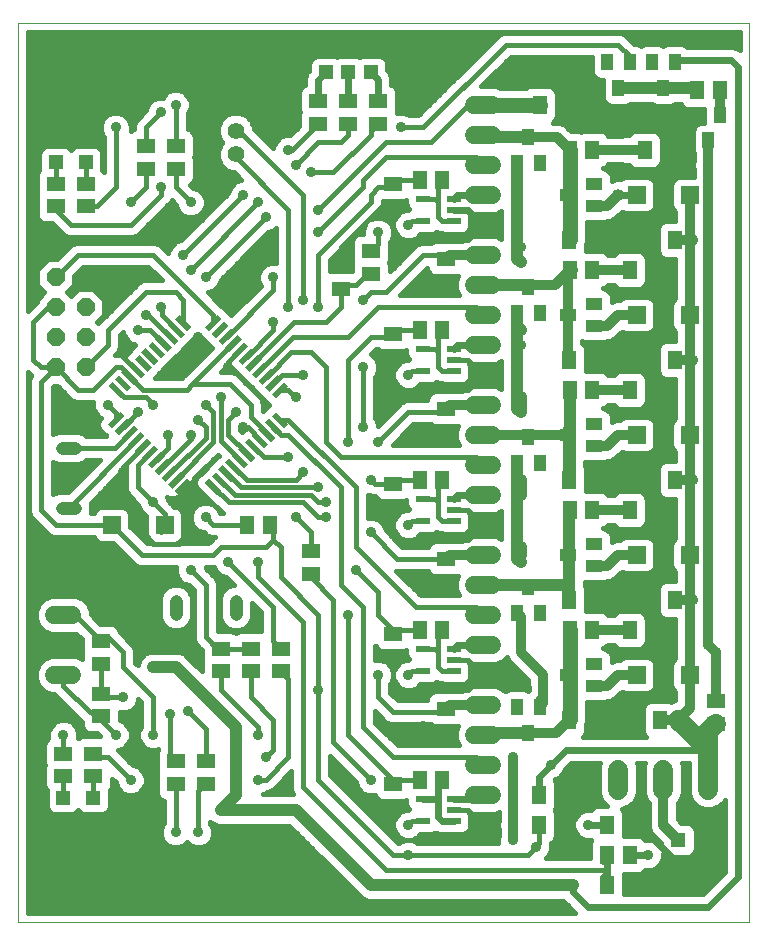
<source format=gtl>
G75*
%MOIN*%
%OFA0B0*%
%FSLAX25Y25*%
%IPPOS*%
%LPD*%
%AMOC8*
5,1,8,0,0,1.08239X$1,22.5*
%
%ADD10C,0.00000*%
%ADD11R,0.05118X0.06299*%
%ADD12R,0.05906X0.05906*%
%ADD13R,0.05512X0.03937*%
%ADD14R,0.03937X0.05512*%
%ADD15R,0.06299X0.05118*%
%ADD16C,0.04400*%
%ADD17C,0.06000*%
%ADD18R,0.04724X0.04724*%
%ADD19R,0.05150X0.05150*%
%ADD20C,0.05150*%
%ADD21C,0.06600*%
%ADD22C,0.05600*%
%ADD23R,0.05906X0.01969*%
%ADD24R,0.01969X0.05906*%
%ADD25R,0.04724X0.02362*%
%ADD26OC8,0.06000*%
%ADD27C,0.02400*%
%ADD28C,0.04000*%
%ADD29C,0.03200*%
%ADD30C,0.03562*%
%ADD31C,0.01600*%
%ADD32C,0.04000*%
%ADD33C,0.16598*%
%ADD34C,0.05000*%
D10*
X0001800Y0001800D02*
X0001800Y0301761D01*
X0245501Y0301761D01*
X0245501Y0001800D01*
X0001800Y0001800D01*
D11*
X0078060Y0134300D03*
X0085540Y0134300D03*
X0135560Y0149300D03*
X0143040Y0149300D03*
X0143040Y0199300D03*
X0135560Y0199300D03*
X0135560Y0249300D03*
X0143040Y0249300D03*
X0175560Y0274300D03*
X0183040Y0274300D03*
X0185560Y0259300D03*
X0193040Y0259300D03*
X0210560Y0259300D03*
X0218040Y0259300D03*
X0228060Y0279300D03*
X0235540Y0279300D03*
X0220737Y0229300D03*
X0212863Y0229300D03*
X0213040Y0219300D03*
X0205560Y0219300D03*
X0193040Y0219300D03*
X0185560Y0219300D03*
X0185363Y0229300D03*
X0193237Y0229300D03*
X0193237Y0189300D03*
X0185363Y0189300D03*
X0185560Y0179300D03*
X0193040Y0179300D03*
X0205560Y0179300D03*
X0213040Y0179300D03*
X0212863Y0189300D03*
X0220737Y0189300D03*
X0220737Y0149300D03*
X0212863Y0149300D03*
X0213040Y0139300D03*
X0205560Y0139300D03*
X0193040Y0139300D03*
X0185560Y0139300D03*
X0185363Y0149300D03*
X0193237Y0149300D03*
X0193237Y0109300D03*
X0185363Y0109300D03*
X0185560Y0099300D03*
X0193040Y0099300D03*
X0205560Y0099300D03*
X0213040Y0099300D03*
X0212863Y0109300D03*
X0220737Y0109300D03*
X0215737Y0069300D03*
X0207863Y0069300D03*
X0193237Y0069300D03*
X0185363Y0069300D03*
X0183237Y0044300D03*
X0175363Y0044300D03*
X0175363Y0034300D03*
X0183237Y0034300D03*
X0198060Y0034300D03*
X0205540Y0034300D03*
X0205540Y0024300D03*
X0198060Y0024300D03*
X0198060Y0014300D03*
X0205540Y0014300D03*
X0143040Y0049300D03*
X0135560Y0049300D03*
X0135560Y0099300D03*
X0143040Y0099300D03*
D12*
X0207942Y0084300D03*
X0225658Y0084300D03*
X0225658Y0124300D03*
X0207942Y0124300D03*
X0207942Y0164300D03*
X0225658Y0164300D03*
X0225658Y0204300D03*
X0207942Y0204300D03*
X0207942Y0244300D03*
X0225658Y0244300D03*
X0050658Y0134300D03*
X0032942Y0134300D03*
D13*
X0184969Y0124300D03*
X0193631Y0120560D03*
X0193631Y0128040D03*
X0193631Y0160560D03*
X0193631Y0168040D03*
X0184969Y0164300D03*
X0193631Y0200560D03*
X0193631Y0208040D03*
X0184969Y0204300D03*
X0193631Y0240560D03*
X0193631Y0248040D03*
X0184969Y0244300D03*
X0193631Y0088040D03*
X0193631Y0080560D03*
X0184969Y0084300D03*
D14*
X0175540Y0073631D03*
X0168060Y0073631D03*
X0171800Y0064969D03*
X0168060Y0104969D03*
X0175540Y0104969D03*
X0171800Y0113631D03*
X0168060Y0154969D03*
X0171800Y0163631D03*
X0175540Y0154969D03*
X0175540Y0204969D03*
X0168060Y0204969D03*
X0171800Y0213631D03*
X0168060Y0254969D03*
X0175540Y0254969D03*
X0171800Y0263631D03*
X0198060Y0288631D03*
X0205540Y0288631D03*
X0213060Y0288631D03*
X0220540Y0288631D03*
X0216800Y0279969D03*
X0228060Y0271131D03*
X0235540Y0271131D03*
X0231800Y0262469D03*
X0201800Y0279969D03*
D15*
X0144300Y0223040D03*
X0144300Y0215560D03*
X0126800Y0198040D03*
X0126800Y0190560D03*
X0144300Y0173040D03*
X0144300Y0165560D03*
X0126800Y0148040D03*
X0126800Y0140560D03*
X0144300Y0123040D03*
X0144300Y0115560D03*
X0126800Y0098040D03*
X0126800Y0090560D03*
X0144300Y0073040D03*
X0144300Y0065560D03*
X0126800Y0048040D03*
X0126800Y0040560D03*
X0089300Y0085560D03*
X0089300Y0093040D03*
X0079300Y0093040D03*
X0079300Y0085560D03*
X0069300Y0085560D03*
X0069300Y0093040D03*
X0064300Y0055540D03*
X0064300Y0048060D03*
X0054300Y0048060D03*
X0054300Y0055540D03*
X0029300Y0070560D03*
X0029300Y0078040D03*
X0029300Y0088060D03*
X0029300Y0095540D03*
X0026800Y0058040D03*
X0026800Y0050560D03*
X0016800Y0050560D03*
X0016800Y0058040D03*
X0099300Y0118060D03*
X0099300Y0125540D03*
X0109300Y0213060D03*
X0109300Y0220540D03*
X0119300Y0218060D03*
X0119300Y0225540D03*
X0126800Y0240560D03*
X0126800Y0248040D03*
X0121800Y0268060D03*
X0121800Y0275540D03*
X0111800Y0275540D03*
X0111800Y0268060D03*
X0101800Y0268060D03*
X0101800Y0275540D03*
X0054300Y0260540D03*
X0054300Y0253060D03*
X0044300Y0253060D03*
X0044300Y0260540D03*
X0024300Y0248040D03*
X0024300Y0240560D03*
X0014300Y0240560D03*
X0014300Y0248040D03*
X0234300Y0075540D03*
X0234300Y0068060D03*
D16*
X0074300Y0104600D02*
X0074300Y0109000D01*
X0054300Y0109000D02*
X0054300Y0104600D01*
X0020768Y0140032D02*
X0016368Y0140032D01*
X0016368Y0160032D02*
X0020768Y0160032D01*
D17*
X0019800Y0104300D02*
X0013800Y0104300D01*
X0013800Y0094300D02*
X0019800Y0094300D01*
X0019800Y0084300D02*
X0013800Y0084300D01*
X0153800Y0074300D02*
X0159800Y0074300D01*
X0159800Y0064300D02*
X0153800Y0064300D01*
X0153800Y0054300D02*
X0159800Y0054300D01*
X0159800Y0044300D02*
X0153800Y0044300D01*
X0153800Y0094300D02*
X0159800Y0094300D01*
X0159800Y0104300D02*
X0153800Y0104300D01*
X0153800Y0114300D02*
X0159800Y0114300D01*
X0159800Y0124300D02*
X0153800Y0124300D01*
X0153800Y0144300D02*
X0159800Y0144300D01*
X0159800Y0154300D02*
X0153800Y0154300D01*
X0153800Y0164300D02*
X0159800Y0164300D01*
X0159800Y0174300D02*
X0153800Y0174300D01*
X0153800Y0194300D02*
X0159800Y0194300D01*
X0159800Y0204300D02*
X0153800Y0204300D01*
X0153800Y0214300D02*
X0159800Y0214300D01*
X0159800Y0224300D02*
X0153800Y0224300D01*
X0153800Y0244300D02*
X0159800Y0244300D01*
X0159800Y0254300D02*
X0153800Y0254300D01*
X0153800Y0264300D02*
X0159800Y0264300D01*
X0159800Y0274300D02*
X0153800Y0274300D01*
D18*
X0119300Y0285166D03*
X0111800Y0285166D03*
X0104300Y0285166D03*
X0104300Y0293434D03*
X0111800Y0293434D03*
X0119300Y0293434D03*
X0024300Y0263434D03*
X0024300Y0255166D03*
X0014300Y0255166D03*
X0014300Y0263434D03*
X0016800Y0043434D03*
X0016800Y0035166D03*
X0026800Y0035166D03*
X0026800Y0043434D03*
D19*
X0221800Y0029300D03*
D20*
X0221800Y0021426D03*
D21*
X0216800Y0046000D02*
X0216800Y0052600D01*
X0230550Y0060550D02*
X0221800Y0069300D01*
X0230550Y0060550D02*
X0231800Y0059300D01*
X0231800Y0065560D01*
X0234300Y0068060D01*
X0231800Y0059300D02*
X0231800Y0049300D01*
X0231800Y0052600D02*
X0231800Y0046000D01*
X0201800Y0046000D02*
X0201800Y0052600D01*
D22*
X0074300Y0257863D03*
X0074300Y0265737D03*
D23*
G36*
X0055397Y0204365D02*
X0059572Y0200190D01*
X0058181Y0198799D01*
X0054006Y0202974D01*
X0055397Y0204365D01*
G37*
G36*
X0053170Y0202138D02*
X0057345Y0197963D01*
X0055954Y0196572D01*
X0051779Y0200747D01*
X0053170Y0202138D01*
G37*
G36*
X0050943Y0199911D02*
X0055118Y0195736D01*
X0053727Y0194345D01*
X0049552Y0198520D01*
X0050943Y0199911D01*
G37*
G36*
X0048716Y0197684D02*
X0052891Y0193509D01*
X0051500Y0192118D01*
X0047325Y0196293D01*
X0048716Y0197684D01*
G37*
G36*
X0046489Y0195457D02*
X0050664Y0191282D01*
X0049273Y0189891D01*
X0045098Y0194066D01*
X0046489Y0195457D01*
G37*
G36*
X0044261Y0193230D02*
X0048436Y0189055D01*
X0047045Y0187664D01*
X0042870Y0191839D01*
X0044261Y0193230D01*
G37*
G36*
X0042034Y0191002D02*
X0046209Y0186827D01*
X0044818Y0185436D01*
X0040643Y0189611D01*
X0042034Y0191002D01*
G37*
G36*
X0039807Y0188775D02*
X0043982Y0184600D01*
X0042591Y0183209D01*
X0038416Y0187384D01*
X0039807Y0188775D01*
G37*
G36*
X0037580Y0186548D02*
X0041755Y0182373D01*
X0040364Y0180982D01*
X0036189Y0185157D01*
X0037580Y0186548D01*
G37*
G36*
X0035353Y0184321D02*
X0039528Y0180146D01*
X0038137Y0178755D01*
X0033962Y0182930D01*
X0035353Y0184321D01*
G37*
G36*
X0033126Y0182094D02*
X0037301Y0177919D01*
X0035910Y0176528D01*
X0031735Y0180703D01*
X0033126Y0182094D01*
G37*
G36*
X0065419Y0149801D02*
X0069594Y0145626D01*
X0068203Y0144235D01*
X0064028Y0148410D01*
X0065419Y0149801D01*
G37*
G36*
X0067646Y0152028D02*
X0071821Y0147853D01*
X0070430Y0146462D01*
X0066255Y0150637D01*
X0067646Y0152028D01*
G37*
G36*
X0069873Y0154255D02*
X0074048Y0150080D01*
X0072657Y0148689D01*
X0068482Y0152864D01*
X0069873Y0154255D01*
G37*
G36*
X0072100Y0156482D02*
X0076275Y0152307D01*
X0074884Y0150916D01*
X0070709Y0155091D01*
X0072100Y0156482D01*
G37*
G36*
X0074327Y0158709D02*
X0078502Y0154534D01*
X0077111Y0153143D01*
X0072936Y0157318D01*
X0074327Y0158709D01*
G37*
G36*
X0076555Y0160936D02*
X0080730Y0156761D01*
X0079339Y0155370D01*
X0075164Y0159545D01*
X0076555Y0160936D01*
G37*
G36*
X0078782Y0163164D02*
X0082957Y0158989D01*
X0081566Y0157598D01*
X0077391Y0161773D01*
X0078782Y0163164D01*
G37*
G36*
X0081009Y0165391D02*
X0085184Y0161216D01*
X0083793Y0159825D01*
X0079618Y0164000D01*
X0081009Y0165391D01*
G37*
G36*
X0083236Y0167618D02*
X0087411Y0163443D01*
X0086020Y0162052D01*
X0081845Y0166227D01*
X0083236Y0167618D01*
G37*
G36*
X0085463Y0169845D02*
X0089638Y0165670D01*
X0088247Y0164279D01*
X0084072Y0168454D01*
X0085463Y0169845D01*
G37*
G36*
X0087690Y0172072D02*
X0091865Y0167897D01*
X0090474Y0166506D01*
X0086299Y0170681D01*
X0087690Y0172072D01*
G37*
D24*
G36*
X0090474Y0182094D02*
X0091865Y0180703D01*
X0087690Y0176528D01*
X0086299Y0177919D01*
X0090474Y0182094D01*
G37*
G36*
X0088247Y0184321D02*
X0089638Y0182930D01*
X0085463Y0178755D01*
X0084072Y0180146D01*
X0088247Y0184321D01*
G37*
G36*
X0086020Y0186548D02*
X0087411Y0185157D01*
X0083236Y0180982D01*
X0081845Y0182373D01*
X0086020Y0186548D01*
G37*
G36*
X0083793Y0188775D02*
X0085184Y0187384D01*
X0081009Y0183209D01*
X0079618Y0184600D01*
X0083793Y0188775D01*
G37*
G36*
X0081566Y0191002D02*
X0082957Y0189611D01*
X0078782Y0185436D01*
X0077391Y0186827D01*
X0081566Y0191002D01*
G37*
G36*
X0079339Y0193230D02*
X0080730Y0191839D01*
X0076555Y0187664D01*
X0075164Y0189055D01*
X0079339Y0193230D01*
G37*
G36*
X0077111Y0195457D02*
X0078502Y0194066D01*
X0074327Y0189891D01*
X0072936Y0191282D01*
X0077111Y0195457D01*
G37*
G36*
X0074884Y0197684D02*
X0076275Y0196293D01*
X0072100Y0192118D01*
X0070709Y0193509D01*
X0074884Y0197684D01*
G37*
G36*
X0072657Y0199911D02*
X0074048Y0198520D01*
X0069873Y0194345D01*
X0068482Y0195736D01*
X0072657Y0199911D01*
G37*
G36*
X0070430Y0202138D02*
X0071821Y0200747D01*
X0067646Y0196572D01*
X0066255Y0197963D01*
X0070430Y0202138D01*
G37*
G36*
X0068203Y0204365D02*
X0069594Y0202974D01*
X0065419Y0198799D01*
X0064028Y0200190D01*
X0068203Y0204365D01*
G37*
G36*
X0038137Y0169845D02*
X0039528Y0168454D01*
X0035353Y0164279D01*
X0033962Y0165670D01*
X0038137Y0169845D01*
G37*
G36*
X0040364Y0167618D02*
X0041755Y0166227D01*
X0037580Y0162052D01*
X0036189Y0163443D01*
X0040364Y0167618D01*
G37*
G36*
X0042591Y0165391D02*
X0043982Y0164000D01*
X0039807Y0159825D01*
X0038416Y0161216D01*
X0042591Y0165391D01*
G37*
G36*
X0044818Y0163164D02*
X0046209Y0161773D01*
X0042034Y0157598D01*
X0040643Y0158989D01*
X0044818Y0163164D01*
G37*
G36*
X0047045Y0160936D02*
X0048436Y0159545D01*
X0044261Y0155370D01*
X0042870Y0156761D01*
X0047045Y0160936D01*
G37*
G36*
X0049273Y0158709D02*
X0050664Y0157318D01*
X0046489Y0153143D01*
X0045098Y0154534D01*
X0049273Y0158709D01*
G37*
G36*
X0051500Y0156482D02*
X0052891Y0155091D01*
X0048716Y0150916D01*
X0047325Y0152307D01*
X0051500Y0156482D01*
G37*
G36*
X0053727Y0154255D02*
X0055118Y0152864D01*
X0050943Y0148689D01*
X0049552Y0150080D01*
X0053727Y0154255D01*
G37*
G36*
X0055954Y0152028D02*
X0057345Y0150637D01*
X0053170Y0146462D01*
X0051779Y0147853D01*
X0055954Y0152028D01*
G37*
G36*
X0058181Y0149801D02*
X0059572Y0148410D01*
X0055397Y0144235D01*
X0054006Y0145626D01*
X0058181Y0149801D01*
G37*
G36*
X0035910Y0172072D02*
X0037301Y0170681D01*
X0033126Y0166506D01*
X0031735Y0167897D01*
X0035910Y0172072D01*
G37*
D25*
X0136658Y0185560D03*
X0136658Y0193040D03*
X0146942Y0193040D03*
X0146942Y0189300D03*
X0146942Y0185560D03*
X0146942Y0143040D03*
X0146942Y0139300D03*
X0146942Y0135560D03*
X0136658Y0135560D03*
X0136658Y0143040D03*
X0136658Y0093040D03*
X0136658Y0085560D03*
X0146942Y0085560D03*
X0146942Y0089300D03*
X0146942Y0093040D03*
X0146942Y0043040D03*
X0146942Y0039300D03*
X0146942Y0035560D03*
X0136658Y0035560D03*
X0136658Y0043040D03*
X0136658Y0235560D03*
X0136658Y0243040D03*
X0146942Y0243040D03*
X0146942Y0239300D03*
X0146942Y0235560D03*
D26*
X0024300Y0216800D03*
X0024300Y0206800D03*
X0024300Y0196800D03*
X0024300Y0186800D03*
X0014300Y0186800D03*
X0014300Y0196800D03*
X0014300Y0206800D03*
X0014300Y0216800D03*
D27*
X0101800Y0275540D02*
X0101800Y0282666D01*
X0104300Y0285166D01*
X0111800Y0285166D02*
X0111800Y0275540D01*
X0119300Y0285166D02*
X0121800Y0282666D01*
X0121800Y0275540D01*
X0148202Y0244300D02*
X0146942Y0243040D01*
X0148202Y0244300D02*
X0156800Y0244300D01*
X0151800Y0239300D02*
X0156800Y0234300D01*
X0151800Y0239300D02*
X0146942Y0239300D01*
X0184969Y0244300D02*
X0185560Y0243709D01*
X0185560Y0229497D02*
X0185363Y0229300D01*
X0201800Y0244300D02*
X0207942Y0244300D01*
X0194300Y0259300D02*
X0193040Y0259300D01*
X0220540Y0288631D02*
X0221209Y0289300D01*
X0239300Y0289300D01*
X0241800Y0286800D01*
X0241800Y0016800D01*
X0231800Y0006800D01*
X0191800Y0006800D01*
X0186800Y0011800D01*
X0186800Y0014300D01*
X0196800Y0016800D02*
X0198060Y0018060D01*
X0198060Y0019300D01*
X0198060Y0024300D01*
X0198060Y0018060D02*
X0198060Y0014300D01*
X0205540Y0014300D02*
X0214674Y0014300D01*
X0221800Y0021426D01*
X0208926Y0034300D01*
X0205540Y0034300D01*
X0198060Y0034300D02*
X0191800Y0034300D01*
X0189300Y0039300D02*
X0184300Y0039300D01*
X0184300Y0034300D02*
X0183237Y0034300D01*
X0183237Y0044300D01*
X0184300Y0044300D01*
X0189300Y0039300D01*
X0184300Y0034300D01*
X0175363Y0044300D02*
X0175363Y0050363D01*
X0179300Y0054300D01*
X0184300Y0059300D01*
X0229300Y0059300D01*
X0230550Y0060550D01*
X0211800Y0024300D02*
X0205540Y0024300D01*
X0155540Y0043040D02*
X0146942Y0043040D01*
X0141800Y0041800D02*
X0141800Y0036800D01*
X0143040Y0035560D01*
X0146942Y0035560D01*
X0141800Y0041800D02*
X0141800Y0048060D01*
X0143040Y0049300D01*
X0140560Y0043040D02*
X0141800Y0041800D01*
X0140560Y0043040D02*
X0136658Y0043040D01*
X0135560Y0049300D02*
X0134300Y0049300D01*
X0155540Y0043040D02*
X0155608Y0043042D01*
X0155676Y0043047D01*
X0155744Y0043057D01*
X0155811Y0043069D01*
X0155877Y0043086D01*
X0155942Y0043106D01*
X0156006Y0043129D01*
X0156069Y0043156D01*
X0156130Y0043187D01*
X0156190Y0043220D01*
X0156247Y0043257D01*
X0156303Y0043297D01*
X0156356Y0043340D01*
X0156407Y0043385D01*
X0156455Y0043433D01*
X0156500Y0043484D01*
X0156543Y0043537D01*
X0156583Y0043593D01*
X0156620Y0043650D01*
X0156653Y0043710D01*
X0156684Y0043771D01*
X0156711Y0043834D01*
X0156734Y0043898D01*
X0156754Y0043963D01*
X0156771Y0044029D01*
X0156783Y0044096D01*
X0156793Y0044164D01*
X0156798Y0044232D01*
X0156800Y0044300D01*
X0146942Y0093040D02*
X0148202Y0094300D01*
X0156800Y0094300D01*
X0184969Y0124300D02*
X0185363Y0124300D01*
X0156800Y0144300D02*
X0148202Y0144300D01*
X0146942Y0143040D01*
X0146942Y0193040D02*
X0148202Y0194300D01*
X0156800Y0194300D01*
X0225658Y0190442D02*
X0226800Y0189300D01*
X0226800Y0244143D02*
X0225658Y0244300D01*
D28*
X0201800Y0244300D03*
D29*
X0198060Y0240560D01*
X0193631Y0240560D01*
X0193237Y0229300D02*
X0206800Y0229300D01*
X0212863Y0229300D01*
X0220737Y0229300D02*
X0226800Y0229300D01*
X0225658Y0228158D01*
X0225658Y0204300D01*
X0225658Y0190442D01*
X0226800Y0189300D02*
X0225658Y0188158D01*
X0225658Y0164300D01*
X0225658Y0150442D01*
X0225658Y0124300D01*
X0225658Y0110442D01*
X0225658Y0084300D01*
X0225658Y0073158D01*
X0221800Y0069300D01*
X0215737Y0069300D01*
X0207863Y0069300D02*
X0201800Y0069300D01*
X0193237Y0069300D01*
X0185560Y0069497D02*
X0185363Y0069300D01*
X0181032Y0064969D01*
X0171800Y0064969D01*
X0175540Y0073631D02*
X0176800Y0074891D01*
X0176800Y0081800D01*
X0176800Y0084300D01*
X0169300Y0091800D01*
X0169300Y0094300D01*
X0169300Y0099300D01*
X0169300Y0103729D01*
X0168060Y0104969D01*
X0156800Y0124300D02*
X0145560Y0124300D01*
X0144300Y0123040D01*
X0171800Y0163631D02*
X0171131Y0164300D01*
X0156800Y0164300D01*
X0156800Y0174300D02*
X0146800Y0174300D01*
X0145560Y0174300D01*
X0144300Y0173040D01*
X0172469Y0164300D02*
X0184969Y0164300D01*
X0193631Y0160560D02*
X0198060Y0160560D01*
X0201800Y0164300D01*
X0207942Y0164300D01*
X0205560Y0179300D02*
X0199300Y0179300D01*
X0193040Y0179300D01*
X0193237Y0189300D02*
X0206800Y0189300D01*
X0212863Y0189300D01*
X0220737Y0189300D02*
X0226800Y0189300D01*
X0219300Y0179300D02*
X0213040Y0179300D01*
X0198060Y0200560D02*
X0193631Y0200560D01*
X0198060Y0200560D02*
X0201800Y0204300D01*
X0207942Y0204300D01*
X0205560Y0219300D02*
X0199300Y0219300D01*
X0193040Y0219300D01*
X0186800Y0219300D02*
X0185560Y0219300D01*
X0180560Y0214300D01*
X0172469Y0214300D01*
X0184969Y0218709D02*
X0184969Y0204300D01*
X0184969Y0189694D01*
X0185363Y0189300D01*
X0213040Y0219300D02*
X0219300Y0219300D01*
X0226800Y0229300D02*
X0225658Y0230442D01*
X0225658Y0244300D01*
X0231800Y0254300D02*
X0231800Y0214300D01*
X0231800Y0174300D01*
X0231800Y0134300D01*
X0231800Y0094300D01*
X0234300Y0091800D01*
X0234300Y0075540D01*
X0219300Y0099300D02*
X0213040Y0099300D01*
X0205560Y0099300D02*
X0199300Y0099300D01*
X0193040Y0099300D01*
X0193237Y0109300D02*
X0206800Y0109300D01*
X0212863Y0109300D01*
X0220737Y0109300D02*
X0226643Y0109300D01*
X0226800Y0109300D02*
X0225658Y0110442D01*
X0226800Y0109300D02*
X0220737Y0109300D01*
X0207942Y0124300D02*
X0201800Y0124300D01*
X0198060Y0120560D01*
X0193631Y0120560D01*
X0193040Y0139300D02*
X0199300Y0139300D01*
X0205560Y0139300D01*
X0213040Y0139300D02*
X0219300Y0139300D01*
X0220737Y0149300D02*
X0220894Y0149457D01*
X0226643Y0149457D01*
X0226800Y0149300D01*
X0225658Y0150442D01*
X0212863Y0149300D02*
X0204300Y0149300D01*
X0193237Y0149300D01*
X0185560Y0084300D02*
X0184969Y0084300D01*
X0193631Y0080560D02*
X0198060Y0080560D01*
X0201800Y0084300D01*
X0207942Y0084300D01*
X0216800Y0049300D02*
X0216800Y0034300D01*
X0221800Y0029300D01*
X0175540Y0075540D02*
X0176800Y0076800D01*
X0175540Y0075540D02*
X0175540Y0073631D01*
X0166800Y0056800D02*
X0166800Y0034300D01*
X0166800Y0029300D01*
X0156800Y0074300D02*
X0145560Y0074300D01*
X0144300Y0073040D01*
X0144300Y0223040D02*
X0145560Y0224300D01*
X0156800Y0224300D01*
X0185560Y0259300D02*
X0181229Y0263631D01*
X0171800Y0263631D01*
X0193040Y0259300D02*
X0204300Y0259300D01*
X0210560Y0259300D01*
X0218040Y0259300D02*
X0224300Y0259300D01*
X0224300Y0267371D01*
X0226229Y0269300D01*
X0228060Y0271131D01*
X0226229Y0269300D02*
X0211800Y0269300D01*
X0231800Y0262469D02*
X0231800Y0254300D01*
X0235540Y0271131D02*
X0235540Y0279300D01*
D30*
X0224300Y0259300D03*
X0231800Y0254300D03*
X0226800Y0229300D03*
X0219300Y0219300D03*
X0231800Y0214300D03*
X0226800Y0189300D03*
X0219300Y0179300D03*
X0231800Y0174300D03*
X0226800Y0149300D03*
X0219300Y0139300D03*
X0231800Y0134300D03*
X0226800Y0109300D03*
X0219300Y0099300D03*
X0231800Y0094300D03*
X0221800Y0069300D03*
X0201800Y0069300D03*
X0201800Y0084300D03*
X0199300Y0099300D03*
X0206800Y0109300D03*
X0201800Y0124300D03*
X0199300Y0139300D03*
X0204300Y0149300D03*
X0201800Y0164300D03*
X0199300Y0179300D03*
X0206800Y0189300D03*
X0201800Y0204300D03*
X0199300Y0219300D03*
X0206800Y0229300D03*
X0204300Y0259300D03*
X0189300Y0274300D03*
X0168060Y0249300D03*
X0156800Y0234300D03*
X0169300Y0226800D03*
X0169300Y0221800D03*
X0169300Y0199300D03*
X0169300Y0194300D03*
X0156800Y0184300D03*
X0169300Y0176800D03*
X0169300Y0171800D03*
X0169300Y0149300D03*
X0169300Y0144300D03*
X0156800Y0134300D03*
X0169300Y0126800D03*
X0169300Y0121800D03*
X0169300Y0099300D03*
X0169300Y0094300D03*
X0176800Y0081800D03*
X0156800Y0084300D03*
X0136800Y0066800D03*
X0131800Y0084300D03*
X0121800Y0084300D03*
X0111800Y0104300D03*
X0114300Y0119300D03*
X0119300Y0131800D03*
X0131800Y0134300D03*
X0136800Y0116800D03*
X0119300Y0149300D03*
X0121800Y0161800D03*
X0116800Y0166800D03*
X0111800Y0161800D03*
X0101800Y0146800D03*
X0104300Y0141800D03*
X0104300Y0136800D03*
X0094300Y0136800D03*
X0096800Y0151800D03*
X0091800Y0156800D03*
X0076800Y0166800D03*
X0074300Y0171800D03*
X0069300Y0176800D03*
X0064300Y0174300D03*
X0061800Y0169300D03*
X0059300Y0164300D03*
X0051800Y0164300D03*
X0046800Y0174300D03*
X0041800Y0171800D03*
X0031800Y0174300D03*
X0036800Y0191800D03*
X0041800Y0199300D03*
X0044300Y0204300D03*
X0049300Y0206800D03*
X0059300Y0219300D03*
X0056800Y0224300D03*
X0064300Y0216800D03*
X0074300Y0211800D03*
X0086800Y0216800D03*
X0091800Y0206800D03*
X0096800Y0209300D03*
X0101800Y0206800D03*
X0116800Y0209300D03*
X0116800Y0186800D03*
X0131800Y0184300D03*
X0136800Y0164300D03*
X0136800Y0214300D03*
X0131800Y0234300D03*
X0121800Y0231800D03*
X0101800Y0231800D03*
X0101800Y0239300D03*
X0099300Y0251800D03*
X0094300Y0254300D03*
X0091800Y0259300D03*
X0081800Y0241800D03*
X0084300Y0236800D03*
X0076800Y0244300D03*
X0069300Y0249300D03*
X0059300Y0241800D03*
X0049300Y0246800D03*
X0039300Y0241800D03*
X0034300Y0266800D03*
X0019300Y0269300D03*
X0049300Y0271800D03*
X0054300Y0274300D03*
X0059300Y0269300D03*
X0089300Y0289300D03*
X0129300Y0266800D03*
X0086800Y0201800D03*
X0096800Y0184300D03*
X0094300Y0176800D03*
X0071800Y0186800D03*
X0061800Y0196800D03*
X0036800Y0151800D03*
X0046800Y0141800D03*
X0064300Y0136800D03*
X0064300Y0129300D03*
X0071800Y0121800D03*
X0069300Y0114300D03*
X0059300Y0119300D03*
X0081800Y0121800D03*
X0101800Y0079300D03*
X0081800Y0064300D03*
X0084300Y0056800D03*
X0081800Y0049300D03*
X0089300Y0046800D03*
X0069300Y0039300D03*
X0061800Y0031800D03*
X0054300Y0031800D03*
X0046800Y0039300D03*
X0039300Y0049300D03*
X0034300Y0064300D03*
X0036800Y0076800D03*
X0046800Y0086800D03*
X0052229Y0071371D03*
X0058264Y0072407D03*
X0046800Y0064300D03*
X0016800Y0064300D03*
X0021800Y0029300D03*
X0119300Y0049300D03*
X0131800Y0034300D03*
X0131800Y0024300D03*
X0156800Y0034300D03*
X0166800Y0034300D03*
X0166800Y0029300D03*
X0174300Y0026800D03*
X0166800Y0014300D03*
X0161800Y0014300D03*
X0186800Y0014300D03*
X0191800Y0034300D03*
X0189300Y0039300D03*
X0179300Y0054300D03*
X0166800Y0056800D03*
X0211800Y0024300D03*
X0019300Y0149300D03*
X0014300Y0169300D03*
D31*
X0013300Y0168947D02*
X0028705Y0168947D01*
X0028534Y0168534D02*
X0028534Y0167261D01*
X0029021Y0166084D01*
X0031073Y0164032D01*
X0024405Y0164032D01*
X0023827Y0164610D01*
X0021842Y0165432D01*
X0015294Y0165432D01*
X0013309Y0164610D01*
X0013300Y0164601D01*
X0013300Y0180143D01*
X0013757Y0180600D01*
X0014843Y0180600D01*
X0019534Y0175909D01*
X0021004Y0175300D01*
X0026823Y0175300D01*
X0026819Y0175291D01*
X0026819Y0173309D01*
X0027577Y0171478D01*
X0028978Y0170077D01*
X0029269Y0169957D01*
X0029021Y0169710D01*
X0028534Y0168534D01*
X0028534Y0167348D02*
X0013300Y0167348D01*
X0013300Y0165750D02*
X0029356Y0165750D01*
X0030954Y0164151D02*
X0024286Y0164151D01*
X0018568Y0160032D02*
X0034170Y0160032D01*
X0038972Y0164835D01*
X0037062Y0167062D02*
X0041800Y0171800D01*
X0036745Y0167062D01*
X0037062Y0167062D01*
X0034518Y0169289D02*
X0034518Y0171582D01*
X0031800Y0174300D01*
X0028510Y0170545D02*
X0013300Y0170545D01*
X0013300Y0172144D02*
X0027302Y0172144D01*
X0026819Y0173742D02*
X0013300Y0173742D01*
X0013300Y0175341D02*
X0020906Y0175341D01*
X0018504Y0176939D02*
X0013300Y0176939D01*
X0013300Y0178538D02*
X0016905Y0178538D01*
X0015307Y0180136D02*
X0013300Y0180136D01*
X0009300Y0181800D02*
X0014300Y0186800D01*
X0009300Y0186800D01*
X0006800Y0189300D01*
X0006800Y0201800D01*
X0011800Y0206800D01*
X0014300Y0206800D01*
X0010532Y0211800D02*
X0008100Y0209368D01*
X0008100Y0208757D01*
X0005000Y0205657D01*
X0005000Y0298561D01*
X0242301Y0298561D01*
X0242301Y0292522D01*
X0241792Y0293030D01*
X0240175Y0293700D01*
X0224721Y0293700D01*
X0224321Y0294099D01*
X0223145Y0294587D01*
X0217935Y0294587D01*
X0216800Y0294116D01*
X0215665Y0294587D01*
X0210455Y0294587D01*
X0209300Y0294108D01*
X0208145Y0294587D01*
X0207170Y0294587D01*
X0205191Y0296566D01*
X0204066Y0297691D01*
X0202596Y0298300D01*
X0163504Y0298300D01*
X0162034Y0297691D01*
X0135143Y0270800D01*
X0132344Y0270800D01*
X0132122Y0271023D01*
X0130291Y0271781D01*
X0128309Y0271781D01*
X0127987Y0271648D01*
X0127924Y0271800D01*
X0128150Y0272345D01*
X0128150Y0278736D01*
X0127662Y0279912D01*
X0126762Y0280812D01*
X0126200Y0281045D01*
X0126200Y0283541D01*
X0125530Y0285159D01*
X0124862Y0285826D01*
X0124862Y0288165D01*
X0124375Y0289341D01*
X0123475Y0290241D01*
X0122299Y0290728D01*
X0116301Y0290728D01*
X0115550Y0290417D01*
X0114799Y0290728D01*
X0108801Y0290728D01*
X0108050Y0290417D01*
X0107299Y0290728D01*
X0101301Y0290728D01*
X0100125Y0290241D01*
X0099225Y0289341D01*
X0098738Y0288165D01*
X0098738Y0285826D01*
X0098070Y0285159D01*
X0097400Y0283541D01*
X0097400Y0281045D01*
X0096838Y0280812D01*
X0095938Y0279912D01*
X0095450Y0278736D01*
X0095450Y0272345D01*
X0095676Y0271800D01*
X0095450Y0271255D01*
X0095450Y0267367D01*
X0092364Y0264281D01*
X0090809Y0264281D01*
X0088978Y0263523D01*
X0087577Y0262122D01*
X0086819Y0260291D01*
X0086819Y0259938D01*
X0080300Y0266457D01*
X0080300Y0266930D01*
X0079387Y0269136D01*
X0077699Y0270824D01*
X0075493Y0271737D01*
X0073107Y0271737D01*
X0070901Y0270824D01*
X0069213Y0269136D01*
X0068300Y0266930D01*
X0068300Y0264544D01*
X0069213Y0262338D01*
X0069752Y0261800D01*
X0069213Y0261262D01*
X0068300Y0259056D01*
X0068300Y0256670D01*
X0069213Y0254464D01*
X0070901Y0252776D01*
X0073107Y0251863D01*
X0073580Y0251863D01*
X0076162Y0249281D01*
X0075809Y0249281D01*
X0073978Y0248523D01*
X0072577Y0247122D01*
X0071819Y0245291D01*
X0071819Y0244976D01*
X0056124Y0229281D01*
X0055809Y0229281D01*
X0053978Y0228523D01*
X0052577Y0227122D01*
X0051819Y0225291D01*
X0051819Y0224938D01*
X0049066Y0227691D01*
X0047596Y0228300D01*
X0021004Y0228300D01*
X0019534Y0227691D01*
X0018409Y0226566D01*
X0014843Y0223000D01*
X0011732Y0223000D01*
X0008100Y0219368D01*
X0008100Y0214232D01*
X0010532Y0211800D01*
X0010225Y0212106D02*
X0005000Y0212106D01*
X0005000Y0210508D02*
X0009240Y0210508D01*
X0008100Y0208909D02*
X0005000Y0208909D01*
X0005000Y0207311D02*
X0006654Y0207311D01*
X0005056Y0205712D02*
X0005000Y0205712D01*
X0005000Y0213705D02*
X0008627Y0213705D01*
X0008100Y0215303D02*
X0005000Y0215303D01*
X0005000Y0216902D02*
X0008100Y0216902D01*
X0008100Y0218501D02*
X0005000Y0218501D01*
X0005000Y0220099D02*
X0008831Y0220099D01*
X0010429Y0221698D02*
X0005000Y0221698D01*
X0005000Y0223296D02*
X0015139Y0223296D01*
X0016738Y0224895D02*
X0005000Y0224895D01*
X0005000Y0226493D02*
X0018336Y0226493D01*
X0020501Y0228092D02*
X0005000Y0228092D01*
X0005000Y0229690D02*
X0056533Y0229690D01*
X0058132Y0231289D02*
X0041945Y0231289D01*
X0041566Y0230909D02*
X0042691Y0232034D01*
X0052691Y0242034D01*
X0052901Y0242542D01*
X0054319Y0241124D01*
X0054319Y0240809D01*
X0055077Y0238978D01*
X0056478Y0237577D01*
X0058309Y0236819D01*
X0060291Y0236819D01*
X0062122Y0237577D01*
X0063523Y0238978D01*
X0064281Y0240809D01*
X0064281Y0242791D01*
X0063523Y0244622D01*
X0062122Y0246023D01*
X0060291Y0246781D01*
X0059976Y0246781D01*
X0059055Y0247702D01*
X0059262Y0247788D01*
X0060162Y0248688D01*
X0060650Y0249864D01*
X0060650Y0256255D01*
X0060424Y0256800D01*
X0060650Y0257345D01*
X0060650Y0263736D01*
X0060162Y0264912D01*
X0059262Y0265812D01*
X0058300Y0266211D01*
X0058300Y0271256D01*
X0058523Y0271478D01*
X0059281Y0273309D01*
X0059281Y0275291D01*
X0058523Y0277122D01*
X0057122Y0278523D01*
X0055291Y0279281D01*
X0053309Y0279281D01*
X0051478Y0278523D01*
X0050077Y0277122D01*
X0049936Y0276781D01*
X0048309Y0276781D01*
X0046478Y0276023D01*
X0045077Y0274622D01*
X0044319Y0272791D01*
X0044319Y0272476D01*
X0040909Y0269066D01*
X0040300Y0267596D01*
X0040300Y0266211D01*
X0039338Y0265812D01*
X0039243Y0265717D01*
X0039281Y0265809D01*
X0039281Y0267791D01*
X0038523Y0269622D01*
X0037122Y0271023D01*
X0035291Y0271781D01*
X0033309Y0271781D01*
X0031478Y0271023D01*
X0030077Y0269622D01*
X0029319Y0267791D01*
X0029319Y0265809D01*
X0030077Y0263978D01*
X0030300Y0263756D01*
X0030300Y0252080D01*
X0030162Y0252412D01*
X0029862Y0252712D01*
X0029862Y0258165D01*
X0029375Y0259341D01*
X0028475Y0260241D01*
X0027299Y0260728D01*
X0021301Y0260728D01*
X0020125Y0260241D01*
X0019300Y0259416D01*
X0018475Y0260241D01*
X0017299Y0260728D01*
X0011301Y0260728D01*
X0010125Y0260241D01*
X0009225Y0259341D01*
X0008738Y0258165D01*
X0008738Y0252712D01*
X0008438Y0252412D01*
X0007950Y0251236D01*
X0007950Y0244845D01*
X0008176Y0244300D01*
X0007950Y0243755D01*
X0007950Y0237364D01*
X0008438Y0236188D01*
X0009338Y0235288D01*
X0010514Y0234801D01*
X0013142Y0234801D01*
X0017034Y0230909D01*
X0018504Y0230300D01*
X0040096Y0230300D01*
X0041566Y0230909D01*
X0043544Y0232887D02*
X0059730Y0232887D01*
X0061329Y0234486D02*
X0045142Y0234486D01*
X0046741Y0236084D02*
X0062927Y0236084D01*
X0062227Y0237683D02*
X0064526Y0237683D01*
X0063648Y0239281D02*
X0066124Y0239281D01*
X0067723Y0240880D02*
X0064281Y0240880D01*
X0064281Y0242478D02*
X0069321Y0242478D01*
X0070920Y0244077D02*
X0063748Y0244077D01*
X0062469Y0245675D02*
X0071978Y0245675D01*
X0072729Y0247274D02*
X0059483Y0247274D01*
X0060239Y0248872D02*
X0074822Y0248872D01*
X0074972Y0250471D02*
X0060650Y0250471D01*
X0060650Y0252069D02*
X0072609Y0252069D01*
X0070010Y0253668D02*
X0060650Y0253668D01*
X0060650Y0255266D02*
X0068881Y0255266D01*
X0068300Y0256865D02*
X0060451Y0256865D01*
X0060650Y0258463D02*
X0068300Y0258463D01*
X0068716Y0260062D02*
X0060650Y0260062D01*
X0060650Y0261660D02*
X0069612Y0261660D01*
X0068832Y0263259D02*
X0060650Y0263259D01*
X0060185Y0264857D02*
X0068300Y0264857D01*
X0068300Y0266456D02*
X0058300Y0266456D01*
X0058300Y0268054D02*
X0068766Y0268054D01*
X0069731Y0269653D02*
X0058300Y0269653D01*
X0058300Y0271251D02*
X0071934Y0271251D01*
X0076666Y0271251D02*
X0095450Y0271251D01*
X0095450Y0269653D02*
X0078869Y0269653D01*
X0079834Y0268054D02*
X0095450Y0268054D01*
X0094539Y0266456D02*
X0080301Y0266456D01*
X0081899Y0264857D02*
X0092941Y0264857D01*
X0088715Y0263259D02*
X0083498Y0263259D01*
X0085097Y0261660D02*
X0087386Y0261660D01*
X0086819Y0260062D02*
X0086695Y0260062D01*
X0091800Y0259300D02*
X0093040Y0259300D01*
X0101800Y0268060D01*
X0101800Y0261800D02*
X0094300Y0254300D01*
X0099300Y0251800D02*
X0106800Y0251800D01*
X0119300Y0264300D01*
X0119300Y0265560D01*
X0121800Y0268060D01*
X0124300Y0261800D02*
X0101800Y0239300D01*
X0096800Y0244300D02*
X0076800Y0264300D01*
X0075737Y0264300D01*
X0074300Y0265737D01*
X0074300Y0257863D02*
X0074300Y0256800D01*
X0091800Y0239300D01*
X0091800Y0206800D01*
X0093754Y0201800D02*
X0104300Y0201800D01*
X0109300Y0206800D01*
X0109300Y0213060D01*
X0110540Y0214300D01*
X0114300Y0214300D01*
X0119300Y0219300D01*
X0119300Y0218060D01*
X0119300Y0211800D02*
X0124300Y0211800D01*
X0136800Y0224300D01*
X0143040Y0224300D01*
X0144300Y0223040D01*
X0143879Y0228799D02*
X0140514Y0228799D01*
X0139338Y0228312D01*
X0139326Y0228300D01*
X0136004Y0228300D01*
X0134534Y0227691D01*
X0125650Y0218806D01*
X0125650Y0221255D01*
X0125424Y0221800D01*
X0125650Y0222345D01*
X0125650Y0226881D01*
X0125800Y0227245D01*
X0125800Y0228756D01*
X0126023Y0228978D01*
X0126781Y0230809D01*
X0126781Y0232791D01*
X0126023Y0234622D01*
X0124622Y0236023D01*
X0122791Y0236781D01*
X0120809Y0236781D01*
X0119322Y0236165D01*
X0121566Y0238409D01*
X0122691Y0239534D01*
X0123300Y0241004D01*
X0123300Y0242281D01*
X0130586Y0242281D01*
X0131096Y0242492D01*
X0131096Y0241223D01*
X0131583Y0240046D01*
X0132127Y0239503D01*
X0131591Y0239281D01*
X0130809Y0239281D01*
X0128978Y0238523D01*
X0127577Y0237122D01*
X0126819Y0235291D01*
X0126819Y0233309D01*
X0127577Y0231478D01*
X0128978Y0230077D01*
X0130809Y0229319D01*
X0132791Y0229319D01*
X0134622Y0230077D01*
X0135723Y0231179D01*
X0139657Y0231179D01*
X0140833Y0231666D01*
X0141171Y0232004D01*
X0142245Y0231560D01*
X0143023Y0231560D01*
X0143943Y0231179D01*
X0149940Y0231179D01*
X0151117Y0231666D01*
X0152017Y0232566D01*
X0152504Y0233742D01*
X0152504Y0237377D01*
X0152130Y0238281D01*
X0152567Y0238100D01*
X0161033Y0238100D01*
X0162860Y0238857D01*
X0162860Y0229743D01*
X0161033Y0230500D01*
X0152567Y0230500D01*
X0150288Y0229556D01*
X0149832Y0229100D01*
X0144605Y0229100D01*
X0143879Y0228799D01*
X0143678Y0231289D02*
X0139922Y0231289D01*
X0143040Y0235560D02*
X0141800Y0236800D01*
X0141800Y0241800D01*
X0141800Y0248060D01*
X0143040Y0249300D01*
X0140560Y0243040D02*
X0136658Y0243040D01*
X0140560Y0243040D02*
X0141800Y0241800D01*
X0143040Y0235560D02*
X0146942Y0235560D01*
X0150206Y0231289D02*
X0162860Y0231289D01*
X0162860Y0232887D02*
X0152150Y0232887D01*
X0152504Y0234486D02*
X0162860Y0234486D01*
X0162860Y0236084D02*
X0152504Y0236084D01*
X0152378Y0237683D02*
X0162860Y0237683D01*
X0156800Y0234300D02*
X0151800Y0229300D01*
X0129300Y0229300D01*
X0126800Y0231800D01*
X0126800Y0240560D01*
X0123060Y0240560D01*
X0109300Y0226800D01*
X0109300Y0220540D01*
X0105800Y0220099D02*
X0112950Y0220099D01*
X0112950Y0221255D02*
X0112950Y0218819D01*
X0105800Y0218819D01*
X0105800Y0222643D01*
X0117435Y0234278D01*
X0116819Y0232791D01*
X0116819Y0231299D01*
X0115514Y0231299D01*
X0114338Y0230812D01*
X0113438Y0229912D01*
X0112950Y0228736D01*
X0112950Y0222345D01*
X0113176Y0221800D01*
X0112950Y0221255D01*
X0113134Y0221698D02*
X0105800Y0221698D01*
X0106453Y0223296D02*
X0112950Y0223296D01*
X0112950Y0224895D02*
X0108051Y0224895D01*
X0109650Y0226493D02*
X0112950Y0226493D01*
X0112950Y0228092D02*
X0111248Y0228092D01*
X0112847Y0229690D02*
X0113346Y0229690D01*
X0114445Y0231289D02*
X0115488Y0231289D01*
X0116044Y0232887D02*
X0116859Y0232887D01*
X0121800Y0231800D02*
X0121800Y0228040D01*
X0119300Y0225540D01*
X0125650Y0224895D02*
X0131738Y0224895D01*
X0133336Y0226493D02*
X0125650Y0226493D01*
X0125800Y0228092D02*
X0135501Y0228092D01*
X0133687Y0229690D02*
X0150612Y0229690D01*
X0148373Y0217400D02*
X0147600Y0215533D01*
X0147600Y0213067D01*
X0148539Y0210800D01*
X0128957Y0210800D01*
X0137965Y0219809D01*
X0138438Y0218668D01*
X0139338Y0217768D01*
X0140514Y0217281D01*
X0148086Y0217281D01*
X0148373Y0217400D01*
X0148167Y0216902D02*
X0135059Y0216902D01*
X0136657Y0218501D02*
X0138605Y0218501D01*
X0133460Y0215303D02*
X0147600Y0215303D01*
X0147600Y0213705D02*
X0131862Y0213705D01*
X0130263Y0212106D02*
X0147998Y0212106D01*
X0154300Y0206800D02*
X0121800Y0206800D01*
X0111800Y0196800D01*
X0093208Y0196800D01*
X0082401Y0185992D01*
X0084628Y0183765D02*
X0092663Y0191800D01*
X0099300Y0191800D01*
X0104300Y0186800D01*
X0104300Y0161800D01*
X0109300Y0156800D01*
X0154300Y0156800D01*
X0156800Y0154300D01*
X0148539Y0160800D02*
X0126777Y0160800D01*
X0126781Y0160809D01*
X0126781Y0161124D01*
X0133457Y0167800D01*
X0139306Y0167800D01*
X0139338Y0167768D01*
X0140514Y0167281D01*
X0148086Y0167281D01*
X0148373Y0167400D01*
X0147600Y0165533D01*
X0147600Y0163067D01*
X0148539Y0160800D01*
X0148475Y0160954D02*
X0126781Y0160954D01*
X0128209Y0162553D02*
X0147813Y0162553D01*
X0147600Y0164151D02*
X0129808Y0164151D01*
X0131406Y0165750D02*
X0147690Y0165750D01*
X0148248Y0167348D02*
X0148352Y0167348D01*
X0144300Y0171800D02*
X0146800Y0174300D01*
X0144300Y0171800D02*
X0131800Y0171800D01*
X0121800Y0161800D01*
X0121781Y0167438D02*
X0121781Y0167791D01*
X0121023Y0169622D01*
X0120800Y0169844D01*
X0120800Y0183756D01*
X0121023Y0183978D01*
X0121781Y0185809D01*
X0121781Y0187791D01*
X0121023Y0189622D01*
X0119622Y0191023D01*
X0119309Y0191152D01*
X0120957Y0192800D01*
X0121806Y0192800D01*
X0121838Y0192768D01*
X0123014Y0192281D01*
X0130586Y0192281D01*
X0131096Y0192492D01*
X0131096Y0191223D01*
X0131583Y0190046D01*
X0132127Y0189503D01*
X0131591Y0189281D01*
X0130809Y0189281D01*
X0128978Y0188523D01*
X0127577Y0187122D01*
X0126819Y0185291D01*
X0126819Y0183309D01*
X0127577Y0181478D01*
X0128978Y0180077D01*
X0130809Y0179319D01*
X0132791Y0179319D01*
X0134622Y0180077D01*
X0135723Y0181179D01*
X0139657Y0181179D01*
X0140833Y0181666D01*
X0141171Y0182004D01*
X0142245Y0181560D01*
X0143023Y0181560D01*
X0143943Y0181179D01*
X0149940Y0181179D01*
X0151117Y0181666D01*
X0152017Y0182566D01*
X0152504Y0183742D01*
X0152504Y0187377D01*
X0152130Y0188281D01*
X0152567Y0188100D01*
X0161033Y0188100D01*
X0162860Y0188857D01*
X0162860Y0179743D01*
X0161033Y0180500D01*
X0152567Y0180500D01*
X0150288Y0179556D01*
X0149832Y0179100D01*
X0144605Y0179100D01*
X0143879Y0178799D01*
X0140514Y0178799D01*
X0139338Y0178312D01*
X0138438Y0177412D01*
X0137950Y0176236D01*
X0137950Y0175800D01*
X0131004Y0175800D01*
X0129534Y0175191D01*
X0128409Y0174066D01*
X0121781Y0167438D01*
X0121302Y0168947D02*
X0123290Y0168947D01*
X0124888Y0170545D02*
X0120800Y0170545D01*
X0120800Y0172144D02*
X0126487Y0172144D01*
X0128085Y0173742D02*
X0120800Y0173742D01*
X0120800Y0175341D02*
X0129896Y0175341D01*
X0129300Y0179300D02*
X0126800Y0181800D01*
X0126800Y0190560D01*
X0128584Y0188129D02*
X0121641Y0188129D01*
X0121781Y0186530D02*
X0127332Y0186530D01*
X0126819Y0184932D02*
X0121418Y0184932D01*
X0120800Y0183333D02*
X0126819Y0183333D01*
X0127471Y0181735D02*
X0120800Y0181735D01*
X0120800Y0180136D02*
X0128919Y0180136D01*
X0129300Y0179300D02*
X0151800Y0179300D01*
X0156800Y0184300D01*
X0151800Y0189300D01*
X0146942Y0189300D01*
X0146942Y0185560D02*
X0143040Y0185560D01*
X0141800Y0186800D01*
X0141800Y0189300D01*
X0141800Y0191800D01*
X0141800Y0198060D01*
X0143040Y0199300D01*
X0140560Y0193040D02*
X0136658Y0193040D01*
X0131902Y0189727D02*
X0120917Y0189727D01*
X0119483Y0191326D02*
X0131096Y0191326D01*
X0133060Y0185560D02*
X0131800Y0184300D01*
X0133060Y0185560D02*
X0136658Y0185560D01*
X0140902Y0181735D02*
X0141822Y0181735D01*
X0139883Y0178538D02*
X0120800Y0178538D01*
X0120800Y0176939D02*
X0138242Y0176939D01*
X0134681Y0180136D02*
X0151689Y0180136D01*
X0151185Y0181735D02*
X0162860Y0181735D01*
X0162860Y0183333D02*
X0152335Y0183333D01*
X0152504Y0184932D02*
X0162860Y0184932D01*
X0162860Y0186530D02*
X0152504Y0186530D01*
X0152497Y0188129D02*
X0152193Y0188129D01*
X0161103Y0188129D02*
X0162860Y0188129D01*
X0162860Y0180136D02*
X0161911Y0180136D01*
X0141800Y0191800D02*
X0140560Y0193040D01*
X0135560Y0199300D02*
X0128060Y0199300D01*
X0126800Y0198040D01*
X0125560Y0196800D01*
X0119300Y0196800D01*
X0111800Y0189300D01*
X0111800Y0161800D01*
X0116800Y0166800D02*
X0116800Y0186800D01*
X0116800Y0209300D02*
X0119300Y0211800D01*
X0125650Y0220099D02*
X0126942Y0220099D01*
X0125466Y0221698D02*
X0128541Y0221698D01*
X0130139Y0223296D02*
X0125650Y0223296D01*
X0126318Y0229690D02*
X0129913Y0229690D01*
X0127767Y0231289D02*
X0126781Y0231289D01*
X0126741Y0232887D02*
X0126994Y0232887D01*
X0126819Y0234486D02*
X0126079Y0234486D01*
X0127148Y0236084D02*
X0124473Y0236084D01*
X0122438Y0239281D02*
X0131591Y0239281D01*
X0131238Y0240880D02*
X0123248Y0240880D01*
X0120839Y0237683D02*
X0128138Y0237683D01*
X0131062Y0242478D02*
X0131096Y0242478D01*
X0125560Y0246800D02*
X0126800Y0248040D01*
X0128060Y0249300D01*
X0135560Y0249300D01*
X0125560Y0246800D02*
X0121800Y0246800D01*
X0119300Y0244300D01*
X0119300Y0241800D01*
X0101800Y0224300D01*
X0101800Y0206800D01*
X0096800Y0209300D02*
X0096800Y0244300D01*
X0101800Y0231800D02*
X0116800Y0246800D01*
X0116800Y0249300D01*
X0124300Y0256800D01*
X0154300Y0256800D01*
X0156800Y0254300D01*
X0139300Y0261800D02*
X0151800Y0274300D01*
X0156800Y0274300D01*
X0156157Y0280500D02*
X0165957Y0290300D01*
X0192891Y0290300D01*
X0192891Y0285238D01*
X0193379Y0284062D01*
X0194279Y0283162D01*
X0195455Y0282675D01*
X0196631Y0282675D01*
X0196631Y0281080D01*
X0196600Y0281004D01*
X0196600Y0278935D01*
X0196631Y0278859D01*
X0196631Y0276577D01*
X0197119Y0275401D01*
X0198019Y0274501D01*
X0199195Y0274013D01*
X0204405Y0274013D01*
X0205581Y0274501D01*
X0205850Y0274769D01*
X0212750Y0274769D01*
X0213019Y0274501D01*
X0214195Y0274013D01*
X0219405Y0274013D01*
X0220581Y0274501D01*
X0220850Y0274769D01*
X0222609Y0274769D01*
X0222788Y0274338D01*
X0223688Y0273438D01*
X0224864Y0272950D01*
X0230372Y0272950D01*
X0230372Y0268425D01*
X0229195Y0268425D01*
X0228019Y0267938D01*
X0227119Y0267038D01*
X0226631Y0265862D01*
X0226631Y0259077D01*
X0227000Y0258187D01*
X0227000Y0255728D01*
X0226819Y0255291D01*
X0226819Y0253309D01*
X0227000Y0252872D01*
X0227000Y0250453D01*
X0222069Y0250453D01*
X0220893Y0249966D01*
X0219993Y0249065D01*
X0219506Y0247889D01*
X0219506Y0240711D01*
X0219993Y0239535D01*
X0220858Y0238669D01*
X0220858Y0235650D01*
X0217541Y0235650D01*
X0216365Y0235162D01*
X0215465Y0234262D01*
X0214978Y0233086D01*
X0214978Y0225514D01*
X0215465Y0224338D01*
X0216365Y0223438D01*
X0217541Y0222950D01*
X0220858Y0222950D01*
X0220858Y0209931D01*
X0219993Y0209065D01*
X0219506Y0207889D01*
X0219506Y0200711D01*
X0219993Y0199535D01*
X0220858Y0198669D01*
X0220858Y0195650D01*
X0217541Y0195650D01*
X0216365Y0195162D01*
X0215465Y0194262D01*
X0214978Y0193086D01*
X0214978Y0185514D01*
X0215465Y0184338D01*
X0216365Y0183438D01*
X0217541Y0182950D01*
X0220858Y0182950D01*
X0220858Y0169931D01*
X0219993Y0169065D01*
X0219506Y0167889D01*
X0219506Y0160711D01*
X0219993Y0159535D01*
X0220858Y0158669D01*
X0220858Y0155650D01*
X0217541Y0155650D01*
X0216365Y0155162D01*
X0215465Y0154262D01*
X0214978Y0153086D01*
X0214978Y0145514D01*
X0215465Y0144338D01*
X0216365Y0143438D01*
X0217541Y0142950D01*
X0220858Y0142950D01*
X0220858Y0129931D01*
X0219993Y0129065D01*
X0219506Y0127889D01*
X0219506Y0120711D01*
X0219993Y0119535D01*
X0220858Y0118669D01*
X0220858Y0115650D01*
X0217541Y0115650D01*
X0216365Y0115162D01*
X0215465Y0114262D01*
X0214978Y0113086D01*
X0214978Y0105514D01*
X0215465Y0104338D01*
X0216365Y0103438D01*
X0217541Y0102950D01*
X0220858Y0102950D01*
X0220858Y0089931D01*
X0219993Y0089065D01*
X0219506Y0087889D01*
X0219506Y0080711D01*
X0219993Y0079535D01*
X0220858Y0078669D01*
X0220858Y0075800D01*
X0220507Y0075800D01*
X0219538Y0075399D01*
X0218933Y0075650D01*
X0212541Y0075650D01*
X0211365Y0075162D01*
X0210465Y0074262D01*
X0209978Y0073086D01*
X0209978Y0065514D01*
X0210465Y0064338D01*
X0211103Y0063700D01*
X0189997Y0063700D01*
X0190635Y0064338D01*
X0191122Y0065514D01*
X0191122Y0068030D01*
X0191260Y0068363D01*
X0191260Y0075391D01*
X0197023Y0075391D01*
X0197913Y0075760D01*
X0199015Y0075760D01*
X0200779Y0076491D01*
X0202129Y0077841D01*
X0203049Y0078761D01*
X0203176Y0078634D01*
X0204352Y0078147D01*
X0211531Y0078147D01*
X0212707Y0078634D01*
X0213607Y0079535D01*
X0214094Y0080711D01*
X0214094Y0087889D01*
X0213607Y0089065D01*
X0212707Y0089966D01*
X0211531Y0090453D01*
X0204352Y0090453D01*
X0203176Y0089966D01*
X0202492Y0089281D01*
X0200809Y0089281D01*
X0199587Y0088775D01*
X0199587Y0090645D01*
X0199099Y0091821D01*
X0198199Y0092721D01*
X0197023Y0093209D01*
X0196859Y0093209D01*
X0197412Y0093438D01*
X0198298Y0094324D01*
X0198309Y0094319D01*
X0200291Y0094319D01*
X0200302Y0094324D01*
X0201188Y0093438D01*
X0202364Y0092950D01*
X0208755Y0092950D01*
X0209932Y0093438D01*
X0210832Y0094338D01*
X0211319Y0095514D01*
X0211319Y0103086D01*
X0210832Y0104262D01*
X0209932Y0105162D01*
X0208755Y0105650D01*
X0202364Y0105650D01*
X0201188Y0105162D01*
X0200302Y0104276D01*
X0200291Y0104281D01*
X0198309Y0104281D01*
X0198298Y0104276D01*
X0197412Y0105162D01*
X0196236Y0105650D01*
X0191122Y0105650D01*
X0191122Y0113086D01*
X0190635Y0114262D01*
X0190563Y0114334D01*
X0190563Y0115391D01*
X0197023Y0115391D01*
X0197913Y0115760D01*
X0199015Y0115760D01*
X0200779Y0116491D01*
X0202129Y0117841D01*
X0203049Y0118761D01*
X0203176Y0118634D01*
X0204352Y0118147D01*
X0211531Y0118147D01*
X0212707Y0118634D01*
X0213607Y0119535D01*
X0214094Y0120711D01*
X0214094Y0127889D01*
X0213607Y0129065D01*
X0212707Y0129966D01*
X0211531Y0130453D01*
X0204352Y0130453D01*
X0203176Y0129966D01*
X0202492Y0129281D01*
X0200809Y0129281D01*
X0199587Y0128775D01*
X0199587Y0130645D01*
X0199099Y0131821D01*
X0198199Y0132721D01*
X0197023Y0133209D01*
X0196859Y0133209D01*
X0197412Y0133438D01*
X0198298Y0134324D01*
X0198309Y0134319D01*
X0200291Y0134319D01*
X0200302Y0134324D01*
X0201188Y0133438D01*
X0202364Y0132950D01*
X0208755Y0132950D01*
X0209932Y0133438D01*
X0210832Y0134338D01*
X0211319Y0135514D01*
X0211319Y0143086D01*
X0210832Y0144262D01*
X0209932Y0145162D01*
X0208755Y0145650D01*
X0202364Y0145650D01*
X0201188Y0145162D01*
X0200302Y0144276D01*
X0200291Y0144281D01*
X0198309Y0144281D01*
X0198298Y0144276D01*
X0197412Y0145162D01*
X0196236Y0145650D01*
X0191122Y0145650D01*
X0191122Y0153086D01*
X0190760Y0153961D01*
X0190760Y0155391D01*
X0197023Y0155391D01*
X0197913Y0155760D01*
X0199015Y0155760D01*
X0200779Y0156491D01*
X0203049Y0158761D01*
X0203176Y0158634D01*
X0204352Y0158147D01*
X0211531Y0158147D01*
X0212707Y0158634D01*
X0213607Y0159535D01*
X0214094Y0160711D01*
X0214094Y0167889D01*
X0213607Y0169065D01*
X0212707Y0169966D01*
X0211531Y0170453D01*
X0204352Y0170453D01*
X0203176Y0169966D01*
X0202492Y0169281D01*
X0200809Y0169281D01*
X0199587Y0168775D01*
X0199587Y0170645D01*
X0199099Y0171821D01*
X0198199Y0172721D01*
X0197023Y0173209D01*
X0196859Y0173209D01*
X0197412Y0173438D01*
X0198298Y0174324D01*
X0198309Y0174319D01*
X0200291Y0174319D01*
X0200302Y0174324D01*
X0201188Y0173438D01*
X0202364Y0172950D01*
X0208755Y0172950D01*
X0209932Y0173438D01*
X0210832Y0174338D01*
X0211319Y0175514D01*
X0211319Y0183086D01*
X0210832Y0184262D01*
X0209932Y0185162D01*
X0208755Y0185650D01*
X0202364Y0185650D01*
X0201188Y0185162D01*
X0200302Y0184276D01*
X0200291Y0184281D01*
X0198309Y0184281D01*
X0198298Y0184276D01*
X0197412Y0185162D01*
X0196236Y0185650D01*
X0191122Y0185650D01*
X0191122Y0193086D01*
X0190635Y0194262D01*
X0189769Y0195128D01*
X0189769Y0195586D01*
X0190238Y0195391D01*
X0197023Y0195391D01*
X0197913Y0195760D01*
X0199015Y0195760D01*
X0200779Y0196491D01*
X0202129Y0197841D01*
X0203049Y0198761D01*
X0203176Y0198634D01*
X0204352Y0198147D01*
X0211531Y0198147D01*
X0212707Y0198634D01*
X0213607Y0199535D01*
X0214094Y0200711D01*
X0214094Y0207889D01*
X0213607Y0209065D01*
X0212707Y0209966D01*
X0211531Y0210453D01*
X0204352Y0210453D01*
X0203176Y0209966D01*
X0202492Y0209281D01*
X0200809Y0209281D01*
X0199587Y0208775D01*
X0199587Y0210645D01*
X0199099Y0211821D01*
X0198199Y0212721D01*
X0197023Y0213209D01*
X0196859Y0213209D01*
X0197412Y0213438D01*
X0198298Y0214324D01*
X0198309Y0214319D01*
X0200291Y0214319D01*
X0200302Y0214324D01*
X0201188Y0213438D01*
X0202364Y0212950D01*
X0208755Y0212950D01*
X0209932Y0213438D01*
X0210832Y0214338D01*
X0211319Y0215514D01*
X0211319Y0223086D01*
X0210832Y0224262D01*
X0209932Y0225162D01*
X0208755Y0225650D01*
X0202364Y0225650D01*
X0201188Y0225162D01*
X0200302Y0224276D01*
X0200291Y0224281D01*
X0198309Y0224281D01*
X0198298Y0224276D01*
X0197412Y0225162D01*
X0196236Y0225650D01*
X0191122Y0225650D01*
X0191122Y0228030D01*
X0191260Y0228363D01*
X0191260Y0235391D01*
X0197023Y0235391D01*
X0197913Y0235760D01*
X0199015Y0235760D01*
X0200779Y0236491D01*
X0203049Y0238761D01*
X0203176Y0238634D01*
X0204352Y0238147D01*
X0211531Y0238147D01*
X0212707Y0238634D01*
X0213607Y0239535D01*
X0214094Y0240711D01*
X0214094Y0247889D01*
X0213607Y0249065D01*
X0212707Y0249966D01*
X0211531Y0250453D01*
X0204352Y0250453D01*
X0203176Y0249966D01*
X0202711Y0249500D01*
X0200766Y0249500D01*
X0199587Y0249012D01*
X0199587Y0250645D01*
X0199099Y0251821D01*
X0198199Y0252721D01*
X0197023Y0253209D01*
X0196859Y0253209D01*
X0197412Y0253438D01*
X0198312Y0254338D01*
X0198379Y0254500D01*
X0202872Y0254500D01*
X0203309Y0254319D01*
X0205291Y0254319D01*
X0205302Y0254324D01*
X0206188Y0253438D01*
X0207364Y0252950D01*
X0213755Y0252950D01*
X0214932Y0253438D01*
X0215832Y0254338D01*
X0216319Y0255514D01*
X0216319Y0263086D01*
X0215832Y0264262D01*
X0214932Y0265162D01*
X0213755Y0265650D01*
X0207364Y0265650D01*
X0206188Y0265162D01*
X0205302Y0264276D01*
X0205291Y0264281D01*
X0203309Y0264281D01*
X0202872Y0264100D01*
X0198379Y0264100D01*
X0198312Y0264262D01*
X0197412Y0265162D01*
X0196236Y0265650D01*
X0189845Y0265650D01*
X0189300Y0265424D01*
X0188755Y0265650D01*
X0185998Y0265650D01*
X0185298Y0266350D01*
X0183948Y0267700D01*
X0182184Y0268431D01*
X0179915Y0268431D01*
X0179932Y0268438D01*
X0180832Y0269338D01*
X0181319Y0270514D01*
X0181319Y0278086D01*
X0180832Y0279262D01*
X0179932Y0280162D01*
X0178755Y0280650D01*
X0172364Y0280650D01*
X0171188Y0280162D01*
X0171026Y0280000D01*
X0162240Y0280000D01*
X0161033Y0280500D01*
X0156157Y0280500D01*
X0156499Y0280842D02*
X0196600Y0280842D01*
X0196600Y0279244D02*
X0180839Y0279244D01*
X0181319Y0277645D02*
X0196631Y0277645D01*
X0196851Y0276047D02*
X0181319Y0276047D01*
X0181319Y0274448D02*
X0198145Y0274448D01*
X0205455Y0274448D02*
X0213145Y0274448D01*
X0220455Y0274448D02*
X0222742Y0274448D01*
X0228300Y0268054D02*
X0183092Y0268054D01*
X0185192Y0266456D02*
X0226878Y0266456D01*
X0226631Y0264857D02*
X0215237Y0264857D01*
X0216247Y0263259D02*
X0226631Y0263259D01*
X0226631Y0261660D02*
X0216319Y0261660D01*
X0216319Y0260062D02*
X0226631Y0260062D01*
X0226886Y0258463D02*
X0216319Y0258463D01*
X0216319Y0256865D02*
X0227000Y0256865D01*
X0226819Y0255266D02*
X0216216Y0255266D01*
X0215162Y0253668D02*
X0226819Y0253668D01*
X0227000Y0252069D02*
X0198851Y0252069D01*
X0199587Y0250471D02*
X0227000Y0250471D01*
X0219913Y0248872D02*
X0213687Y0248872D01*
X0214094Y0247274D02*
X0219506Y0247274D01*
X0219506Y0245675D02*
X0214094Y0245675D01*
X0214094Y0244077D02*
X0219506Y0244077D01*
X0219506Y0242478D02*
X0214094Y0242478D01*
X0214094Y0240880D02*
X0219506Y0240880D01*
X0220246Y0239281D02*
X0213354Y0239281D01*
X0215688Y0234486D02*
X0191260Y0234486D01*
X0191260Y0232887D02*
X0214978Y0232887D01*
X0214978Y0231289D02*
X0191260Y0231289D01*
X0191260Y0229690D02*
X0214978Y0229690D01*
X0214978Y0228092D02*
X0191147Y0228092D01*
X0191122Y0226493D02*
X0214978Y0226493D01*
X0215234Y0224895D02*
X0210199Y0224895D01*
X0211232Y0223296D02*
X0216707Y0223296D01*
X0220858Y0221698D02*
X0211319Y0221698D01*
X0211319Y0220099D02*
X0220858Y0220099D01*
X0220858Y0218501D02*
X0211319Y0218501D01*
X0211319Y0216902D02*
X0220858Y0216902D01*
X0220858Y0215303D02*
X0211232Y0215303D01*
X0210199Y0213705D02*
X0220858Y0213705D01*
X0220858Y0212106D02*
X0198814Y0212106D01*
X0199587Y0210508D02*
X0220858Y0210508D01*
X0219928Y0208909D02*
X0213672Y0208909D01*
X0214094Y0207311D02*
X0219506Y0207311D01*
X0219506Y0205712D02*
X0214094Y0205712D01*
X0214094Y0204114D02*
X0219506Y0204114D01*
X0219506Y0202515D02*
X0214094Y0202515D01*
X0214094Y0200917D02*
X0219506Y0200917D01*
X0220209Y0199318D02*
X0213391Y0199318D01*
X0215726Y0194523D02*
X0190374Y0194523D01*
X0191122Y0192924D02*
X0214978Y0192924D01*
X0214978Y0191326D02*
X0191122Y0191326D01*
X0191122Y0189727D02*
X0214978Y0189727D01*
X0214978Y0188129D02*
X0191122Y0188129D01*
X0191122Y0186530D02*
X0214978Y0186530D01*
X0215219Y0184932D02*
X0210162Y0184932D01*
X0211217Y0183333D02*
X0216617Y0183333D01*
X0220858Y0181735D02*
X0211319Y0181735D01*
X0211319Y0180136D02*
X0220858Y0180136D01*
X0220858Y0178538D02*
X0211319Y0178538D01*
X0211319Y0176939D02*
X0220858Y0176939D01*
X0220858Y0175341D02*
X0211247Y0175341D01*
X0210236Y0173742D02*
X0220858Y0173742D01*
X0220858Y0172144D02*
X0198777Y0172144D01*
X0199587Y0170545D02*
X0220858Y0170545D01*
X0219944Y0168947D02*
X0213656Y0168947D01*
X0214094Y0167348D02*
X0219506Y0167348D01*
X0219506Y0165750D02*
X0214094Y0165750D01*
X0214094Y0164151D02*
X0219506Y0164151D01*
X0219506Y0162553D02*
X0214094Y0162553D01*
X0214094Y0160954D02*
X0219506Y0160954D01*
X0220172Y0159356D02*
X0213428Y0159356D01*
X0215763Y0154560D02*
X0190760Y0154560D01*
X0191122Y0152962D02*
X0214978Y0152962D01*
X0214978Y0151363D02*
X0191122Y0151363D01*
X0191122Y0149765D02*
X0214978Y0149765D01*
X0214978Y0148166D02*
X0191122Y0148166D01*
X0191122Y0146568D02*
X0214978Y0146568D01*
X0215204Y0144969D02*
X0210125Y0144969D01*
X0211201Y0143370D02*
X0216527Y0143370D01*
X0220858Y0141772D02*
X0211319Y0141772D01*
X0211319Y0140173D02*
X0220858Y0140173D01*
X0220858Y0138575D02*
X0211319Y0138575D01*
X0211319Y0136976D02*
X0220858Y0136976D01*
X0220858Y0135378D02*
X0211263Y0135378D01*
X0210273Y0133779D02*
X0220858Y0133779D01*
X0220858Y0132181D02*
X0198740Y0132181D01*
X0199587Y0130582D02*
X0220858Y0130582D01*
X0219959Y0128984D02*
X0213641Y0128984D01*
X0214094Y0127385D02*
X0219506Y0127385D01*
X0219506Y0125787D02*
X0214094Y0125787D01*
X0214094Y0124188D02*
X0219506Y0124188D01*
X0219506Y0122590D02*
X0214094Y0122590D01*
X0214094Y0120991D02*
X0219506Y0120991D01*
X0220134Y0119393D02*
X0213466Y0119393D01*
X0215800Y0114597D02*
X0190563Y0114597D01*
X0191122Y0112999D02*
X0214978Y0112999D01*
X0214978Y0111400D02*
X0191122Y0111400D01*
X0191122Y0109802D02*
X0214978Y0109802D01*
X0214978Y0108203D02*
X0191122Y0108203D01*
X0191122Y0106605D02*
X0214978Y0106605D01*
X0215188Y0105006D02*
X0210088Y0105006D01*
X0211186Y0103408D02*
X0216437Y0103408D01*
X0220858Y0101809D02*
X0211319Y0101809D01*
X0211319Y0100211D02*
X0220858Y0100211D01*
X0220858Y0098612D02*
X0211319Y0098612D01*
X0211319Y0097014D02*
X0220858Y0097014D01*
X0220858Y0095415D02*
X0211278Y0095415D01*
X0210311Y0093817D02*
X0220858Y0093817D01*
X0220858Y0092218D02*
X0198703Y0092218D01*
X0199587Y0090620D02*
X0220858Y0090620D01*
X0219974Y0089021D02*
X0213626Y0089021D01*
X0214094Y0087423D02*
X0219506Y0087423D01*
X0219506Y0085824D02*
X0214094Y0085824D01*
X0214094Y0084226D02*
X0219506Y0084226D01*
X0219506Y0082627D02*
X0214094Y0082627D01*
X0214094Y0081029D02*
X0219506Y0081029D01*
X0220097Y0079430D02*
X0213503Y0079430D01*
X0210837Y0074634D02*
X0191260Y0074634D01*
X0191260Y0073036D02*
X0209978Y0073036D01*
X0209978Y0071437D02*
X0191260Y0071437D01*
X0191260Y0069839D02*
X0209978Y0069839D01*
X0209978Y0068240D02*
X0191209Y0068240D01*
X0191122Y0066642D02*
X0209978Y0066642D01*
X0210173Y0065043D02*
X0190927Y0065043D01*
X0195717Y0054900D02*
X0186123Y0054900D01*
X0184104Y0052881D01*
X0183523Y0051478D01*
X0182122Y0050077D01*
X0180719Y0049496D01*
X0180560Y0049337D01*
X0180635Y0049262D01*
X0181122Y0048086D01*
X0181122Y0040514D01*
X0180635Y0039338D01*
X0180597Y0039300D01*
X0180635Y0039262D01*
X0181122Y0038086D01*
X0181122Y0030514D01*
X0180635Y0029338D01*
X0179735Y0028438D01*
X0179398Y0028298D01*
X0179437Y0028042D01*
X0179363Y0027746D01*
X0179363Y0027441D01*
X0179281Y0027244D01*
X0179281Y0025809D01*
X0178523Y0023978D01*
X0177844Y0023300D01*
X0192301Y0023300D01*
X0192301Y0028086D01*
X0192788Y0029262D01*
X0192826Y0029300D01*
X0192802Y0029324D01*
X0192791Y0029319D01*
X0190809Y0029319D01*
X0188978Y0030077D01*
X0187577Y0031478D01*
X0186819Y0033309D01*
X0186819Y0035291D01*
X0187577Y0037122D01*
X0188978Y0038523D01*
X0190809Y0039281D01*
X0192791Y0039281D01*
X0192802Y0039276D01*
X0193688Y0040162D01*
X0194864Y0040650D01*
X0197958Y0040650D01*
X0196290Y0042318D01*
X0195300Y0044707D01*
X0195300Y0053893D01*
X0195717Y0054900D01*
X0195300Y0053854D02*
X0185076Y0053854D01*
X0183845Y0052255D02*
X0195300Y0052255D01*
X0195300Y0050657D02*
X0182701Y0050657D01*
X0180719Y0049058D02*
X0195300Y0049058D01*
X0195300Y0047460D02*
X0181122Y0047460D01*
X0181122Y0045861D02*
X0195300Y0045861D01*
X0195484Y0044263D02*
X0181122Y0044263D01*
X0181122Y0042664D02*
X0196146Y0042664D01*
X0197542Y0041066D02*
X0181122Y0041066D01*
X0180689Y0039467D02*
X0192993Y0039467D01*
X0188324Y0037869D02*
X0181122Y0037869D01*
X0181122Y0036270D02*
X0187225Y0036270D01*
X0186819Y0034672D02*
X0181122Y0034672D01*
X0181122Y0033073D02*
X0186917Y0033073D01*
X0187581Y0031475D02*
X0181122Y0031475D01*
X0180858Y0029876D02*
X0189464Y0029876D01*
X0192380Y0028278D02*
X0179401Y0028278D01*
X0179281Y0026679D02*
X0192301Y0026679D01*
X0192301Y0025081D02*
X0178979Y0025081D01*
X0178026Y0023482D02*
X0192301Y0023482D01*
X0196800Y0023040D02*
X0196800Y0021800D01*
X0196800Y0023040D02*
X0198060Y0024300D01*
X0198060Y0019300D02*
X0124300Y0019300D01*
X0096800Y0046800D01*
X0096800Y0101800D01*
X0081800Y0116800D01*
X0081800Y0121800D01*
X0084300Y0126800D02*
X0086800Y0129300D01*
X0089300Y0126800D01*
X0089300Y0116800D01*
X0101800Y0104300D01*
X0101800Y0079300D01*
X0101800Y0049300D01*
X0126800Y0024300D01*
X0131800Y0024300D01*
X0171800Y0024300D01*
X0174300Y0026800D01*
X0175363Y0028237D01*
X0175363Y0034300D01*
X0162000Y0032872D02*
X0162000Y0030728D01*
X0161819Y0030291D01*
X0161819Y0028309D01*
X0161823Y0028300D01*
X0134844Y0028300D01*
X0134622Y0028523D01*
X0132791Y0029281D01*
X0130809Y0029281D01*
X0128978Y0028523D01*
X0128756Y0028300D01*
X0128457Y0028300D01*
X0105800Y0050957D01*
X0105800Y0057143D01*
X0114319Y0048624D01*
X0114319Y0048309D01*
X0115077Y0046478D01*
X0116478Y0045077D01*
X0118309Y0044319D01*
X0120291Y0044319D01*
X0120613Y0044452D01*
X0120938Y0043668D01*
X0121838Y0042768D01*
X0123014Y0042281D01*
X0130586Y0042281D01*
X0131096Y0042492D01*
X0131096Y0041223D01*
X0131583Y0040046D01*
X0132127Y0039503D01*
X0131591Y0039281D01*
X0130809Y0039281D01*
X0128978Y0038523D01*
X0127577Y0037122D01*
X0126819Y0035291D01*
X0126819Y0033309D01*
X0127577Y0031478D01*
X0128978Y0030077D01*
X0130809Y0029319D01*
X0132791Y0029319D01*
X0134622Y0030077D01*
X0135723Y0031179D01*
X0139657Y0031179D01*
X0140833Y0031666D01*
X0140865Y0031698D01*
X0142165Y0031160D01*
X0147817Y0031160D01*
X0147863Y0031179D01*
X0149940Y0031179D01*
X0151117Y0031666D01*
X0152017Y0032566D01*
X0152504Y0033742D01*
X0152504Y0037377D01*
X0152130Y0038281D01*
X0152567Y0038100D01*
X0161033Y0038100D01*
X0162000Y0038500D01*
X0162000Y0035728D01*
X0161819Y0035291D01*
X0161819Y0033309D01*
X0162000Y0032872D01*
X0161917Y0033073D02*
X0152227Y0033073D01*
X0152504Y0034672D02*
X0161819Y0034672D01*
X0162000Y0036270D02*
X0152504Y0036270D01*
X0152300Y0037869D02*
X0162000Y0037869D01*
X0156800Y0034300D02*
X0151800Y0029300D01*
X0129300Y0029300D01*
X0126800Y0031800D01*
X0126800Y0040560D01*
X0128324Y0037869D02*
X0118888Y0037869D01*
X0117290Y0039467D02*
X0132041Y0039467D01*
X0131161Y0041066D02*
X0115691Y0041066D01*
X0114093Y0042664D02*
X0122089Y0042664D01*
X0120691Y0044263D02*
X0112494Y0044263D01*
X0110896Y0045861D02*
X0115694Y0045861D01*
X0114671Y0047460D02*
X0109297Y0047460D01*
X0107699Y0049058D02*
X0113885Y0049058D01*
X0112286Y0050657D02*
X0106100Y0050657D01*
X0105800Y0052255D02*
X0110688Y0052255D01*
X0109089Y0053854D02*
X0105800Y0053854D01*
X0105800Y0055452D02*
X0107491Y0055452D01*
X0105892Y0057051D02*
X0105800Y0057051D01*
X0106800Y0061800D02*
X0119300Y0049300D01*
X0126800Y0049300D02*
X0126800Y0048040D01*
X0128060Y0049300D01*
X0135560Y0049300D01*
X0126800Y0049300D02*
X0111800Y0064300D01*
X0111800Y0104300D01*
X0116800Y0106800D02*
X0109300Y0114300D01*
X0109300Y0146800D01*
X0091800Y0164300D01*
X0089300Y0164300D01*
X0086855Y0166745D01*
X0086855Y0167062D01*
X0089082Y0169289D02*
X0089311Y0169289D01*
X0089322Y0169300D01*
X0091800Y0169300D01*
X0114300Y0146800D01*
X0114300Y0126800D01*
X0134300Y0106800D01*
X0154300Y0106800D01*
X0156800Y0104300D01*
X0148539Y0110800D02*
X0135957Y0110800D01*
X0127717Y0119040D01*
X0128855Y0119040D01*
X0138284Y0119040D01*
X0138438Y0118668D01*
X0139338Y0117768D01*
X0140514Y0117281D01*
X0148086Y0117281D01*
X0148373Y0117400D01*
X0147600Y0115533D01*
X0147600Y0113067D01*
X0148539Y0110800D01*
X0148290Y0111400D02*
X0135357Y0111400D01*
X0133758Y0112999D02*
X0147628Y0112999D01*
X0147600Y0114597D02*
X0132160Y0114597D01*
X0130561Y0116196D02*
X0147874Y0116196D01*
X0144300Y0123040D02*
X0128060Y0123040D01*
X0119300Y0131800D01*
X0122766Y0135378D02*
X0126855Y0135378D01*
X0126819Y0135291D02*
X0126819Y0133309D01*
X0127577Y0131478D01*
X0128978Y0130077D01*
X0130809Y0129319D01*
X0132791Y0129319D01*
X0134622Y0130077D01*
X0135723Y0131179D01*
X0139657Y0131179D01*
X0140833Y0131666D01*
X0141172Y0132004D01*
X0142245Y0131560D01*
X0143023Y0131560D01*
X0143943Y0131179D01*
X0149940Y0131179D01*
X0151117Y0131666D01*
X0152017Y0132566D01*
X0152504Y0133742D01*
X0152504Y0137377D01*
X0152130Y0138281D01*
X0152567Y0138100D01*
X0161033Y0138100D01*
X0162860Y0138857D01*
X0162860Y0129743D01*
X0161033Y0130500D01*
X0152567Y0130500D01*
X0150288Y0129556D01*
X0149832Y0129100D01*
X0144605Y0129100D01*
X0143879Y0128799D01*
X0140514Y0128799D01*
X0139338Y0128312D01*
X0138438Y0127412D01*
X0138284Y0127040D01*
X0129717Y0127040D01*
X0124281Y0132476D01*
X0124281Y0132791D01*
X0123523Y0134622D01*
X0122122Y0136023D01*
X0120291Y0136781D01*
X0118309Y0136781D01*
X0118300Y0136777D01*
X0118300Y0144323D01*
X0118309Y0144319D01*
X0119091Y0144319D01*
X0119764Y0144040D01*
X0120784Y0144040D01*
X0120938Y0143668D01*
X0121838Y0142768D01*
X0123014Y0142281D01*
X0130586Y0142281D01*
X0131096Y0142492D01*
X0131096Y0141223D01*
X0131583Y0140046D01*
X0132127Y0139503D01*
X0131591Y0139281D01*
X0130809Y0139281D01*
X0128978Y0138523D01*
X0127577Y0137122D01*
X0126819Y0135291D01*
X0126819Y0133779D02*
X0123872Y0133779D01*
X0124576Y0132181D02*
X0127286Y0132181D01*
X0126800Y0131800D02*
X0129300Y0129300D01*
X0151800Y0129300D01*
X0156800Y0134300D01*
X0151800Y0139300D01*
X0146942Y0139300D01*
X0146942Y0135560D02*
X0143040Y0135560D01*
X0141800Y0136800D01*
X0141800Y0139300D01*
X0141800Y0141800D01*
X0141800Y0148060D01*
X0143040Y0149300D01*
X0140560Y0143040D02*
X0136658Y0143040D01*
X0140560Y0143040D02*
X0141800Y0141800D01*
X0136658Y0135560D02*
X0133060Y0135560D01*
X0131800Y0134300D01*
X0135540Y0135560D02*
X0136658Y0135560D01*
X0135127Y0130582D02*
X0162860Y0130582D01*
X0162860Y0132181D02*
X0151632Y0132181D01*
X0152504Y0133779D02*
X0162860Y0133779D01*
X0162860Y0135378D02*
X0152504Y0135378D01*
X0152504Y0136976D02*
X0162860Y0136976D01*
X0162860Y0138575D02*
X0162180Y0138575D01*
X0144325Y0128984D02*
X0127773Y0128984D01*
X0128473Y0130582D02*
X0126174Y0130582D01*
X0126800Y0131800D02*
X0126800Y0140560D01*
X0129104Y0138575D02*
X0118300Y0138575D01*
X0118300Y0140173D02*
X0131531Y0140173D01*
X0131096Y0141772D02*
X0118300Y0141772D01*
X0118300Y0143370D02*
X0121236Y0143370D01*
X0120560Y0148040D02*
X0126800Y0148040D01*
X0128060Y0149300D01*
X0135560Y0149300D01*
X0127517Y0136976D02*
X0118300Y0136976D01*
X0120560Y0148040D02*
X0119300Y0149300D01*
X0104300Y0141800D02*
X0101800Y0141800D01*
X0099300Y0144300D01*
X0073983Y0144300D01*
X0069038Y0149245D01*
X0066811Y0147018D02*
X0072029Y0141800D01*
X0096800Y0141800D01*
X0101800Y0136800D01*
X0104300Y0136800D01*
X0099300Y0131800D02*
X0099300Y0125540D01*
X0099300Y0131800D02*
X0094300Y0136800D01*
X0086800Y0133040D02*
X0086800Y0129300D01*
X0084300Y0126800D02*
X0069300Y0126800D01*
X0066800Y0124300D01*
X0042942Y0124300D01*
X0032942Y0134300D01*
X0031800Y0134300D02*
X0014300Y0134300D01*
X0009300Y0139300D01*
X0009300Y0181800D01*
X0005606Y0183333D02*
X0005000Y0183333D01*
X0005300Y0182596D02*
X0005300Y0138504D01*
X0005909Y0137034D01*
X0007034Y0135909D01*
X0012034Y0130909D01*
X0013504Y0130300D01*
X0026959Y0130300D01*
X0027276Y0129535D01*
X0028176Y0128634D01*
X0029352Y0128147D01*
X0033438Y0128147D01*
X0039551Y0122034D01*
X0040676Y0120909D01*
X0042146Y0120300D01*
X0054323Y0120300D01*
X0054319Y0120291D01*
X0054319Y0118309D01*
X0055077Y0116478D01*
X0056478Y0115077D01*
X0058309Y0114319D01*
X0058624Y0114319D01*
X0060300Y0112643D01*
X0060300Y0096004D01*
X0060909Y0094534D01*
X0062034Y0093409D01*
X0062950Y0092493D01*
X0062950Y0089845D01*
X0063176Y0089300D01*
X0062950Y0088755D01*
X0062950Y0085503D01*
X0058708Y0089746D01*
X0057246Y0091208D01*
X0055334Y0092000D01*
X0045766Y0092000D01*
X0043854Y0091208D01*
X0042392Y0089746D01*
X0041600Y0087834D01*
X0041600Y0087657D01*
X0040800Y0088457D01*
X0040800Y0092596D01*
X0040191Y0094066D01*
X0035650Y0098607D01*
X0035650Y0098736D01*
X0035162Y0099912D01*
X0034262Y0100812D01*
X0033086Y0101299D01*
X0029198Y0101299D01*
X0026000Y0104497D01*
X0026000Y0105533D01*
X0025056Y0107812D01*
X0023312Y0109556D01*
X0021033Y0110500D01*
X0012567Y0110500D01*
X0010288Y0109556D01*
X0008544Y0107812D01*
X0007600Y0105533D01*
X0007600Y0103067D01*
X0008544Y0100788D01*
X0010288Y0099044D01*
X0012567Y0098100D01*
X0021033Y0098100D01*
X0021069Y0098115D01*
X0022950Y0096233D01*
X0022950Y0092345D01*
X0023176Y0091800D01*
X0022950Y0091255D01*
X0022950Y0089706D01*
X0021033Y0090500D01*
X0012567Y0090500D01*
X0010288Y0089556D01*
X0008544Y0087812D01*
X0007600Y0085533D01*
X0007600Y0083067D01*
X0008544Y0080788D01*
X0010288Y0079044D01*
X0012567Y0078100D01*
X0013603Y0078100D01*
X0022275Y0069428D01*
X0022342Y0069294D01*
X0022834Y0068869D01*
X0022950Y0068753D01*
X0022950Y0067364D01*
X0023438Y0066188D01*
X0024338Y0065288D01*
X0025514Y0064801D01*
X0028142Y0064801D01*
X0029144Y0063799D01*
X0023014Y0063799D01*
X0021838Y0063312D01*
X0021800Y0063274D01*
X0021776Y0063298D01*
X0021781Y0063309D01*
X0021781Y0065291D01*
X0021023Y0067122D01*
X0019622Y0068523D01*
X0017791Y0069281D01*
X0015809Y0069281D01*
X0013978Y0068523D01*
X0012577Y0067122D01*
X0011819Y0065291D01*
X0011819Y0063309D01*
X0011824Y0063298D01*
X0010938Y0062412D01*
X0010450Y0061236D01*
X0010450Y0054845D01*
X0010676Y0054300D01*
X0010450Y0053755D01*
X0010450Y0047364D01*
X0010938Y0046188D01*
X0011238Y0045888D01*
X0011238Y0040435D01*
X0011725Y0039259D01*
X0012625Y0038359D01*
X0013801Y0037872D01*
X0019799Y0037872D01*
X0020975Y0038359D01*
X0021800Y0039184D01*
X0022625Y0038359D01*
X0023801Y0037872D01*
X0029799Y0037872D01*
X0030975Y0038359D01*
X0031875Y0039259D01*
X0032362Y0040435D01*
X0032362Y0045888D01*
X0032662Y0046188D01*
X0033150Y0047364D01*
X0033150Y0049794D01*
X0034319Y0048624D01*
X0034319Y0048309D01*
X0035077Y0046478D01*
X0036478Y0045077D01*
X0038309Y0044319D01*
X0040291Y0044319D01*
X0042122Y0045077D01*
X0043523Y0046478D01*
X0044281Y0048309D01*
X0044281Y0050291D01*
X0043523Y0052122D01*
X0042122Y0053523D01*
X0040291Y0054281D01*
X0039976Y0054281D01*
X0034938Y0059319D01*
X0035291Y0059319D01*
X0037122Y0060077D01*
X0038523Y0061478D01*
X0039281Y0063309D01*
X0039281Y0065291D01*
X0038523Y0067122D01*
X0037122Y0068523D01*
X0035650Y0069132D01*
X0035650Y0071885D01*
X0035809Y0071819D01*
X0037791Y0071819D01*
X0039622Y0072577D01*
X0041023Y0073978D01*
X0041781Y0075809D01*
X0041781Y0076162D01*
X0042800Y0075143D01*
X0042800Y0067344D01*
X0042577Y0067122D01*
X0041819Y0065291D01*
X0041819Y0063309D01*
X0042577Y0061478D01*
X0043978Y0060077D01*
X0045809Y0059319D01*
X0047791Y0059319D01*
X0048229Y0059500D01*
X0048229Y0059408D01*
X0047950Y0058736D01*
X0047950Y0052345D01*
X0048176Y0051800D01*
X0047950Y0051255D01*
X0047950Y0044864D01*
X0048438Y0043688D01*
X0049338Y0042788D01*
X0050300Y0042389D01*
X0050300Y0034844D01*
X0050077Y0034622D01*
X0049319Y0032791D01*
X0049319Y0030809D01*
X0050077Y0028978D01*
X0051478Y0027577D01*
X0053309Y0026819D01*
X0055291Y0026819D01*
X0057122Y0027577D01*
X0058050Y0028506D01*
X0058978Y0027577D01*
X0060809Y0026819D01*
X0062791Y0026819D01*
X0064622Y0027577D01*
X0066023Y0028978D01*
X0066781Y0030809D01*
X0066781Y0032791D01*
X0066023Y0034622D01*
X0065859Y0034785D01*
X0065859Y0035387D01*
X0066354Y0034892D01*
X0068266Y0034100D01*
X0092146Y0034100D01*
X0114892Y0011354D01*
X0116354Y0009892D01*
X0118266Y0009100D01*
X0183277Y0009100D01*
X0184308Y0008070D01*
X0187377Y0005000D01*
X0005000Y0005000D01*
X0005000Y0185443D01*
X0006143Y0184300D01*
X0005909Y0184066D01*
X0005300Y0182596D01*
X0005300Y0181735D02*
X0005000Y0181735D01*
X0005000Y0180136D02*
X0005300Y0180136D01*
X0005300Y0178538D02*
X0005000Y0178538D01*
X0005000Y0176939D02*
X0005300Y0176939D01*
X0005300Y0175341D02*
X0005000Y0175341D01*
X0005000Y0173742D02*
X0005300Y0173742D01*
X0005300Y0172144D02*
X0005000Y0172144D01*
X0005000Y0170545D02*
X0005300Y0170545D01*
X0005300Y0168947D02*
X0005000Y0168947D01*
X0005000Y0167348D02*
X0005300Y0167348D01*
X0005300Y0165750D02*
X0005000Y0165750D01*
X0005000Y0164151D02*
X0005300Y0164151D01*
X0005300Y0162553D02*
X0005000Y0162553D01*
X0005000Y0160954D02*
X0005300Y0160954D01*
X0005300Y0159356D02*
X0005000Y0159356D01*
X0005000Y0157757D02*
X0005300Y0157757D01*
X0005300Y0156159D02*
X0005000Y0156159D01*
X0005000Y0154560D02*
X0005300Y0154560D01*
X0005300Y0152962D02*
X0005000Y0152962D01*
X0005000Y0151363D02*
X0005300Y0151363D01*
X0005300Y0149765D02*
X0005000Y0149765D01*
X0005000Y0148166D02*
X0005300Y0148166D01*
X0005300Y0146568D02*
X0005000Y0146568D01*
X0005000Y0144969D02*
X0005300Y0144969D01*
X0005300Y0143370D02*
X0005000Y0143370D01*
X0005000Y0141772D02*
X0005300Y0141772D01*
X0005300Y0140173D02*
X0005000Y0140173D01*
X0005000Y0138575D02*
X0005300Y0138575D01*
X0005000Y0136976D02*
X0005967Y0136976D01*
X0005000Y0135378D02*
X0007565Y0135378D01*
X0009164Y0133779D02*
X0005000Y0133779D01*
X0005000Y0132181D02*
X0010762Y0132181D01*
X0012823Y0130582D02*
X0005000Y0130582D01*
X0005000Y0128984D02*
X0027827Y0128984D01*
X0034199Y0127385D02*
X0005000Y0127385D01*
X0005000Y0125787D02*
X0035798Y0125787D01*
X0037397Y0124188D02*
X0005000Y0124188D01*
X0005000Y0122590D02*
X0038995Y0122590D01*
X0040594Y0120991D02*
X0005000Y0120991D01*
X0005000Y0119393D02*
X0054319Y0119393D01*
X0054532Y0117794D02*
X0005000Y0117794D01*
X0005000Y0116196D02*
X0055360Y0116196D01*
X0055374Y0114400D02*
X0053226Y0114400D01*
X0051241Y0113578D01*
X0049722Y0112059D01*
X0048900Y0110074D01*
X0048900Y0103526D01*
X0049722Y0101541D01*
X0051241Y0100022D01*
X0053226Y0099200D01*
X0055374Y0099200D01*
X0057359Y0100022D01*
X0058878Y0101541D01*
X0059700Y0103526D01*
X0059700Y0110074D01*
X0058878Y0112059D01*
X0057359Y0113578D01*
X0055374Y0114400D01*
X0057637Y0114597D02*
X0005000Y0114597D01*
X0005000Y0112999D02*
X0050662Y0112999D01*
X0049449Y0111400D02*
X0005000Y0111400D01*
X0005000Y0109802D02*
X0010881Y0109802D01*
X0008935Y0108203D02*
X0005000Y0108203D01*
X0005000Y0106605D02*
X0008044Y0106605D01*
X0007600Y0105006D02*
X0005000Y0105006D01*
X0005000Y0103408D02*
X0007600Y0103408D01*
X0008121Y0101809D02*
X0005000Y0101809D01*
X0005000Y0100211D02*
X0009121Y0100211D01*
X0011330Y0098612D02*
X0005000Y0098612D01*
X0005000Y0097014D02*
X0022170Y0097014D01*
X0022950Y0095415D02*
X0005000Y0095415D01*
X0005000Y0093817D02*
X0022950Y0093817D01*
X0023003Y0092218D02*
X0005000Y0092218D01*
X0005000Y0090620D02*
X0022950Y0090620D01*
X0029300Y0088060D02*
X0029300Y0078040D01*
X0028060Y0079300D01*
X0030560Y0076800D01*
X0036800Y0076800D01*
X0041295Y0074634D02*
X0042800Y0074634D01*
X0042800Y0073036D02*
X0040080Y0073036D01*
X0042800Y0071437D02*
X0035650Y0071437D01*
X0035650Y0069839D02*
X0042800Y0069839D01*
X0042800Y0068240D02*
X0037404Y0068240D01*
X0038721Y0066642D02*
X0042379Y0066642D01*
X0041819Y0065043D02*
X0039281Y0065043D01*
X0039281Y0063445D02*
X0041819Y0063445D01*
X0042425Y0061846D02*
X0038675Y0061846D01*
X0037292Y0060248D02*
X0043808Y0060248D01*
X0047950Y0058649D02*
X0035607Y0058649D01*
X0037206Y0057051D02*
X0047950Y0057051D01*
X0047950Y0055452D02*
X0038804Y0055452D01*
X0041322Y0053854D02*
X0047950Y0053854D01*
X0047987Y0052255D02*
X0043389Y0052255D01*
X0044129Y0050657D02*
X0047950Y0050657D01*
X0047950Y0049058D02*
X0044281Y0049058D01*
X0043929Y0047460D02*
X0047950Y0047460D01*
X0047950Y0045861D02*
X0042906Y0045861D01*
X0039300Y0049300D02*
X0031800Y0056800D01*
X0028040Y0056800D01*
X0026800Y0058040D01*
X0022159Y0063445D02*
X0021781Y0063445D01*
X0021781Y0065043D02*
X0024928Y0065043D01*
X0023250Y0066642D02*
X0021221Y0066642D01*
X0019904Y0068240D02*
X0022950Y0068240D01*
X0021864Y0069839D02*
X0005000Y0069839D01*
X0005000Y0071437D02*
X0020266Y0071437D01*
X0018667Y0073036D02*
X0005000Y0073036D01*
X0005000Y0074634D02*
X0017068Y0074634D01*
X0015470Y0076233D02*
X0005000Y0076233D01*
X0005000Y0077832D02*
X0013871Y0077832D01*
X0016800Y0080560D02*
X0025560Y0071800D01*
X0029300Y0070560D01*
X0029300Y0069300D01*
X0034300Y0064300D01*
X0046800Y0064300D02*
X0046800Y0076800D01*
X0036800Y0086800D01*
X0036800Y0091800D01*
X0031800Y0096800D01*
X0030560Y0096800D01*
X0029300Y0095540D01*
X0020540Y0104300D01*
X0016800Y0104300D01*
X0022719Y0109802D02*
X0048900Y0109802D01*
X0048900Y0108203D02*
X0024665Y0108203D01*
X0025556Y0106605D02*
X0048900Y0106605D01*
X0048900Y0105006D02*
X0026000Y0105006D01*
X0027089Y0103408D02*
X0048949Y0103408D01*
X0049611Y0101809D02*
X0028688Y0101809D01*
X0030540Y0096800D02*
X0029300Y0095540D01*
X0035650Y0098612D02*
X0060300Y0098612D01*
X0060300Y0097014D02*
X0037243Y0097014D01*
X0038842Y0095415D02*
X0060544Y0095415D01*
X0061627Y0093817D02*
X0040294Y0093817D01*
X0040800Y0092218D02*
X0062950Y0092218D01*
X0062950Y0090620D02*
X0057834Y0090620D01*
X0059433Y0089021D02*
X0063060Y0089021D01*
X0062950Y0087423D02*
X0061031Y0087423D01*
X0062630Y0085824D02*
X0062950Y0085824D01*
X0069300Y0085560D02*
X0069300Y0079300D01*
X0081800Y0066800D01*
X0081800Y0064300D01*
X0086800Y0059300D02*
X0084300Y0056800D01*
X0086800Y0059300D02*
X0086800Y0069300D01*
X0079300Y0076800D01*
X0079300Y0085560D01*
X0079300Y0093040D02*
X0069300Y0093040D01*
X0068060Y0093040D01*
X0064300Y0096800D01*
X0064300Y0114300D01*
X0059300Y0119300D01*
X0064281Y0119976D02*
X0064281Y0120291D01*
X0064277Y0120300D01*
X0067030Y0120300D01*
X0067577Y0118978D01*
X0068978Y0117577D01*
X0070809Y0116819D01*
X0071124Y0116819D01*
X0073543Y0114400D01*
X0073226Y0114400D01*
X0071241Y0113578D01*
X0069722Y0112059D01*
X0068900Y0110074D01*
X0068900Y0103526D01*
X0069722Y0101541D01*
X0071241Y0100022D01*
X0073226Y0099200D01*
X0075374Y0099200D01*
X0077359Y0100022D01*
X0078878Y0101541D01*
X0079700Y0103526D01*
X0079700Y0108243D01*
X0082800Y0105143D01*
X0082800Y0098799D01*
X0075514Y0098799D01*
X0074338Y0098312D01*
X0074300Y0098274D01*
X0074262Y0098312D01*
X0073086Y0098799D01*
X0068300Y0098799D01*
X0068300Y0115096D01*
X0067691Y0116566D01*
X0064281Y0119976D01*
X0064864Y0119393D02*
X0067406Y0119393D01*
X0066463Y0117794D02*
X0068761Y0117794D01*
X0067844Y0116196D02*
X0071747Y0116196D01*
X0073346Y0114597D02*
X0068300Y0114597D01*
X0068300Y0112999D02*
X0070662Y0112999D01*
X0069449Y0111400D02*
X0068300Y0111400D01*
X0068300Y0109802D02*
X0068900Y0109802D01*
X0068900Y0108203D02*
X0068300Y0108203D01*
X0068300Y0106605D02*
X0068900Y0106605D01*
X0068900Y0105006D02*
X0068300Y0105006D01*
X0068300Y0103408D02*
X0068949Y0103408D01*
X0068300Y0101809D02*
X0069611Y0101809D01*
X0068300Y0100211D02*
X0071053Y0100211D01*
X0073538Y0098612D02*
X0075062Y0098612D01*
X0077547Y0100211D02*
X0082800Y0100211D01*
X0082800Y0101809D02*
X0078989Y0101809D01*
X0079651Y0103408D02*
X0082800Y0103408D01*
X0082800Y0105006D02*
X0079700Y0105006D01*
X0079700Y0106605D02*
X0081338Y0106605D01*
X0079740Y0108203D02*
X0079700Y0108203D01*
X0086800Y0106800D02*
X0071800Y0121800D01*
X0065143Y0128300D02*
X0054616Y0128300D01*
X0055424Y0128634D01*
X0056324Y0129535D01*
X0056811Y0130711D01*
X0056811Y0137889D01*
X0056324Y0139065D01*
X0055424Y0139966D01*
X0054248Y0140453D01*
X0053804Y0140453D01*
X0052924Y0141333D01*
X0051781Y0142476D01*
X0051781Y0142791D01*
X0051390Y0143735D01*
X0052533Y0143261D01*
X0053806Y0143261D01*
X0054983Y0143748D01*
X0060059Y0148824D01*
X0060467Y0149810D01*
X0068323Y0157666D01*
X0068540Y0157449D01*
X0067996Y0156904D01*
X0067996Y0156904D01*
X0065834Y0154742D01*
X0065833Y0154742D01*
X0063541Y0152450D01*
X0061314Y0150223D01*
X0060827Y0149046D01*
X0060827Y0147773D01*
X0061314Y0146597D01*
X0066390Y0141521D01*
X0066835Y0141337D01*
X0068638Y0139534D01*
X0069763Y0138409D01*
X0070026Y0138300D01*
X0069070Y0138300D01*
X0068523Y0139622D01*
X0067122Y0141023D01*
X0065291Y0141781D01*
X0063309Y0141781D01*
X0061478Y0141023D01*
X0060077Y0139622D01*
X0059319Y0137791D01*
X0059319Y0135809D01*
X0060077Y0133978D01*
X0061478Y0132577D01*
X0063309Y0131819D01*
X0063624Y0131819D01*
X0064534Y0130909D01*
X0066004Y0130300D01*
X0067297Y0130300D01*
X0067034Y0130191D01*
X0065909Y0129066D01*
X0065143Y0128300D01*
X0065827Y0128984D02*
X0055773Y0128984D01*
X0055363Y0127863D02*
X0046800Y0127863D01*
X0039300Y0137863D01*
X0036800Y0151800D01*
X0036800Y0153754D01*
X0043426Y0160381D01*
X0041199Y0162608D02*
X0041143Y0162608D01*
X0018568Y0140032D01*
X0018311Y0145432D02*
X0015294Y0145432D01*
X0013309Y0144610D01*
X0013300Y0144601D01*
X0013300Y0155463D01*
X0013309Y0155454D01*
X0015294Y0154632D01*
X0021842Y0154632D01*
X0023827Y0155454D01*
X0024405Y0156032D01*
X0028911Y0156032D01*
X0018311Y0145432D01*
X0019446Y0146568D02*
X0013300Y0146568D01*
X0013300Y0148166D02*
X0021045Y0148166D01*
X0022643Y0149765D02*
X0013300Y0149765D01*
X0013300Y0151363D02*
X0024242Y0151363D01*
X0025840Y0152962D02*
X0013300Y0152962D01*
X0013300Y0154560D02*
X0027439Y0154560D01*
X0032358Y0148166D02*
X0037800Y0148166D01*
X0037800Y0146568D02*
X0030760Y0146568D01*
X0029161Y0144969D02*
X0038229Y0144969D01*
X0038409Y0144534D02*
X0041819Y0141124D01*
X0041819Y0140809D01*
X0042577Y0138978D01*
X0043978Y0137577D01*
X0044506Y0137359D01*
X0044506Y0130711D01*
X0044993Y0129535D01*
X0045893Y0128634D01*
X0046700Y0128300D01*
X0044599Y0128300D01*
X0039094Y0133804D01*
X0039094Y0137889D01*
X0038607Y0139065D01*
X0037707Y0139966D01*
X0036531Y0140453D01*
X0029352Y0140453D01*
X0028176Y0139966D01*
X0027276Y0139065D01*
X0026959Y0138300D01*
X0025895Y0138300D01*
X0026168Y0138958D01*
X0026168Y0141106D01*
X0025913Y0141721D01*
X0037800Y0153608D01*
X0037800Y0146004D01*
X0038409Y0144534D01*
X0039573Y0143370D02*
X0027563Y0143370D01*
X0025964Y0141772D02*
X0041171Y0141772D01*
X0042082Y0140173D02*
X0037205Y0140173D01*
X0038810Y0138575D02*
X0042981Y0138575D01*
X0044506Y0136976D02*
X0039094Y0136976D01*
X0039094Y0135378D02*
X0044506Y0135378D01*
X0044506Y0133779D02*
X0039119Y0133779D01*
X0040718Y0132181D02*
X0044506Y0132181D01*
X0044559Y0130582D02*
X0042316Y0130582D01*
X0043915Y0128984D02*
X0045543Y0128984D01*
X0049300Y0131800D02*
X0050658Y0134300D01*
X0050658Y0137942D01*
X0046800Y0141800D01*
X0041800Y0146800D01*
X0041800Y0154300D01*
X0045653Y0158153D01*
X0047881Y0155926D02*
X0051800Y0159846D01*
X0051800Y0164300D01*
X0059300Y0164300D02*
X0059300Y0162892D01*
X0050108Y0153699D01*
X0052335Y0151472D02*
X0064300Y0163437D01*
X0064300Y0166800D01*
X0061800Y0169300D01*
X0066800Y0171800D02*
X0064300Y0174300D01*
X0066800Y0171800D02*
X0066800Y0161800D01*
X0054562Y0149562D01*
X0056789Y0147018D02*
X0059300Y0144507D01*
X0059300Y0131800D01*
X0055363Y0127863D01*
X0056758Y0130582D02*
X0065323Y0130582D01*
X0062435Y0132181D02*
X0056811Y0132181D01*
X0056811Y0133779D02*
X0060276Y0133779D01*
X0059498Y0135378D02*
X0056811Y0135378D01*
X0056811Y0136976D02*
X0059319Y0136976D01*
X0059644Y0138575D02*
X0056527Y0138575D01*
X0054922Y0140173D02*
X0060629Y0140173D01*
X0063287Y0141772D02*
X0052485Y0141772D01*
X0052269Y0143370D02*
X0051541Y0143370D01*
X0054070Y0143370D02*
X0064541Y0143370D01*
X0065313Y0141772D02*
X0066140Y0141772D01*
X0067971Y0140173D02*
X0067999Y0140173D01*
X0068956Y0138575D02*
X0069597Y0138575D01*
X0066800Y0134300D02*
X0064300Y0136800D01*
X0066800Y0134300D02*
X0078060Y0134300D01*
X0085540Y0134300D02*
X0086800Y0133040D01*
X0075937Y0146800D02*
X0101800Y0146800D01*
X0096800Y0151800D02*
X0094300Y0149300D01*
X0077892Y0149300D01*
X0073492Y0153699D01*
X0071265Y0151472D02*
X0075937Y0146800D01*
X0075719Y0155926D02*
X0069300Y0162346D01*
X0069300Y0176800D01*
X0072346Y0181254D02*
X0059846Y0181254D01*
X0066096Y0187504D01*
X0073492Y0194901D01*
X0071265Y0197128D02*
X0086800Y0212663D01*
X0086800Y0216800D01*
X0082113Y0218501D02*
X0071657Y0218501D01*
X0073256Y0220099D02*
X0083055Y0220099D01*
X0082577Y0219622D02*
X0081819Y0217791D01*
X0081819Y0215809D01*
X0082543Y0214062D01*
X0072787Y0204307D01*
X0072308Y0204787D01*
X0070016Y0207079D01*
X0069439Y0207317D01*
X0069077Y0207680D01*
X0064938Y0211819D01*
X0065291Y0211819D01*
X0067122Y0212577D01*
X0068523Y0213978D01*
X0069281Y0215809D01*
X0069281Y0216124D01*
X0084976Y0231819D01*
X0085291Y0231819D01*
X0087122Y0232577D01*
X0087800Y0233256D01*
X0087800Y0221777D01*
X0087791Y0221781D01*
X0085809Y0221781D01*
X0083978Y0221023D01*
X0082577Y0219622D01*
X0081819Y0216902D02*
X0070059Y0216902D01*
X0069072Y0215303D02*
X0082028Y0215303D01*
X0082185Y0213705D02*
X0068249Y0213705D01*
X0065985Y0212106D02*
X0080587Y0212106D01*
X0078988Y0210508D02*
X0066249Y0210508D01*
X0067847Y0208909D02*
X0077390Y0208909D01*
X0075791Y0207311D02*
X0069455Y0207311D01*
X0071382Y0205712D02*
X0074193Y0205712D01*
X0066811Y0204289D02*
X0066811Y0201582D01*
X0066811Y0201789D01*
X0066811Y0204289D02*
X0046800Y0224300D01*
X0021800Y0224300D01*
X0014300Y0216800D01*
X0018375Y0212106D02*
X0020838Y0212106D01*
X0021732Y0213000D02*
X0019300Y0210568D01*
X0018068Y0211800D01*
X0020500Y0214232D01*
X0020500Y0217343D01*
X0023457Y0220300D01*
X0045143Y0220300D01*
X0049643Y0215800D01*
X0043504Y0215800D01*
X0042034Y0215191D01*
X0029534Y0202691D01*
X0028409Y0201566D01*
X0028378Y0201490D01*
X0028068Y0201800D01*
X0030500Y0204232D01*
X0030500Y0209368D01*
X0026868Y0213000D01*
X0021732Y0213000D01*
X0019973Y0213705D02*
X0040548Y0213705D01*
X0038950Y0212106D02*
X0027762Y0212106D01*
X0029360Y0210508D02*
X0037351Y0210508D01*
X0035753Y0208909D02*
X0030500Y0208909D01*
X0030500Y0207311D02*
X0034154Y0207311D01*
X0032556Y0205712D02*
X0030500Y0205712D01*
X0030382Y0204114D02*
X0030957Y0204114D01*
X0029534Y0202691D02*
X0029534Y0202691D01*
X0029359Y0202515D02*
X0028784Y0202515D01*
X0031800Y0199300D02*
X0031800Y0194300D01*
X0024300Y0186800D01*
X0021800Y0179300D02*
X0014300Y0186800D01*
X0005511Y0184932D02*
X0005000Y0184932D01*
X0021800Y0179300D02*
X0026800Y0179300D01*
X0034300Y0186800D01*
X0035937Y0186800D01*
X0038972Y0183765D01*
X0043437Y0179300D01*
X0057892Y0179300D01*
X0059846Y0181254D01*
X0057580Y0184645D02*
X0056455Y0183520D01*
X0056235Y0183300D01*
X0047208Y0183300D01*
X0048923Y0185015D01*
X0051085Y0187177D01*
X0051085Y0187177D01*
X0053377Y0189469D01*
X0055604Y0191696D01*
X0055604Y0191696D01*
X0057766Y0193858D01*
X0057766Y0193858D01*
X0060059Y0196150D01*
X0061800Y0197892D01*
X0063606Y0196085D01*
X0065833Y0193858D01*
X0065834Y0193858D01*
X0066313Y0193379D01*
X0062705Y0189770D01*
X0057580Y0184645D01*
X0057580Y0184645D01*
X0057867Y0184932D02*
X0048840Y0184932D01*
X0048923Y0185015D02*
X0048923Y0185015D01*
X0050439Y0186530D02*
X0059465Y0186530D01*
X0061064Y0188129D02*
X0052037Y0188129D01*
X0053636Y0189727D02*
X0062662Y0189727D01*
X0064261Y0191326D02*
X0055234Y0191326D01*
X0056833Y0192924D02*
X0065859Y0192924D01*
X0065169Y0194523D02*
X0058431Y0194523D01*
X0060030Y0196121D02*
X0063570Y0196121D01*
X0061972Y0197720D02*
X0061628Y0197720D01*
X0056789Y0201582D02*
X0056789Y0209311D01*
X0054300Y0211800D01*
X0044300Y0211800D01*
X0031800Y0199300D01*
X0035800Y0197643D02*
X0035800Y0193504D01*
X0035191Y0192034D01*
X0033957Y0190800D01*
X0036733Y0190800D01*
X0037534Y0190468D01*
X0037930Y0191424D01*
X0040157Y0193651D01*
X0040157Y0193651D01*
X0040825Y0194319D01*
X0040809Y0194319D01*
X0038978Y0195077D01*
X0037577Y0196478D01*
X0036819Y0198309D01*
X0036819Y0198662D01*
X0035800Y0197643D01*
X0035877Y0197720D02*
X0037063Y0197720D01*
X0037934Y0196121D02*
X0035800Y0196121D01*
X0035800Y0194523D02*
X0040317Y0194523D01*
X0039430Y0192924D02*
X0035560Y0192924D01*
X0036800Y0191800D02*
X0036800Y0190392D01*
X0041199Y0185992D01*
X0037889Y0191326D02*
X0034483Y0191326D01*
X0041800Y0199300D02*
X0045708Y0199300D01*
X0050108Y0194901D01*
X0052335Y0197128D02*
X0045163Y0204300D01*
X0044300Y0204300D01*
X0049617Y0204300D02*
X0054562Y0199355D01*
X0054245Y0199355D01*
X0049617Y0204300D02*
X0049300Y0206800D01*
X0042306Y0215303D02*
X0020500Y0215303D01*
X0020500Y0216902D02*
X0048541Y0216902D01*
X0046943Y0218501D02*
X0021657Y0218501D01*
X0023256Y0220099D02*
X0045344Y0220099D01*
X0050264Y0226493D02*
X0052317Y0226493D01*
X0053547Y0228092D02*
X0048099Y0228092D01*
X0056800Y0224300D02*
X0076800Y0244300D01*
X0081800Y0241800D02*
X0059300Y0219300D01*
X0064300Y0216800D02*
X0084300Y0236800D01*
X0084445Y0231289D02*
X0087800Y0231289D01*
X0087800Y0232887D02*
X0087431Y0232887D01*
X0087800Y0229690D02*
X0082847Y0229690D01*
X0081248Y0228092D02*
X0087800Y0228092D01*
X0087800Y0226493D02*
X0079650Y0226493D01*
X0078051Y0224895D02*
X0087800Y0224895D01*
X0087800Y0223296D02*
X0076453Y0223296D01*
X0074854Y0221698D02*
X0085607Y0221698D01*
X0086800Y0201800D02*
X0086800Y0199300D01*
X0077947Y0190447D01*
X0075719Y0192674D02*
X0071800Y0188754D01*
X0071800Y0186800D01*
X0072450Y0187242D02*
X0074677Y0185015D01*
X0074677Y0185015D01*
X0076969Y0182723D01*
X0079196Y0180496D01*
X0079196Y0180496D01*
X0081358Y0178334D01*
X0081358Y0178333D01*
X0083650Y0176041D01*
X0085392Y0174300D01*
X0083585Y0172494D01*
X0083300Y0172208D01*
X0083300Y0175096D01*
X0082691Y0176566D01*
X0075737Y0183520D01*
X0074612Y0184645D01*
X0073141Y0185254D01*
X0069503Y0185254D01*
X0072169Y0187920D01*
X0072450Y0187242D01*
X0073161Y0186530D02*
X0070779Y0186530D01*
X0073920Y0184932D02*
X0074760Y0184932D01*
X0075924Y0183333D02*
X0076358Y0183333D01*
X0077522Y0181735D02*
X0077957Y0181735D01*
X0079121Y0180136D02*
X0079556Y0180136D01*
X0080719Y0178538D02*
X0081154Y0178538D01*
X0082318Y0176939D02*
X0082753Y0176939D01*
X0083198Y0175341D02*
X0084351Y0175341D01*
X0084834Y0173742D02*
X0083300Y0173742D01*
X0079300Y0174300D02*
X0079300Y0170163D01*
X0084628Y0164835D01*
X0082401Y0162608D02*
X0078208Y0166800D01*
X0076800Y0166800D01*
X0077034Y0166772D02*
X0076490Y0167316D01*
X0075800Y0167030D01*
X0075800Y0165957D01*
X0076424Y0165333D01*
X0076969Y0165877D01*
X0077647Y0166158D01*
X0077034Y0166772D01*
X0076841Y0165750D02*
X0076007Y0165750D01*
X0071800Y0164300D02*
X0077947Y0158153D01*
X0080174Y0160381D02*
X0083754Y0156800D01*
X0091800Y0156800D01*
X0079300Y0174300D02*
X0072346Y0181254D01*
X0074300Y0171800D02*
X0071800Y0169300D01*
X0071800Y0164300D01*
X0067250Y0156159D02*
X0066815Y0156159D01*
X0065652Y0154560D02*
X0065217Y0154560D01*
X0064053Y0152962D02*
X0063618Y0152962D01*
X0062455Y0151363D02*
X0062020Y0151363D01*
X0061125Y0149765D02*
X0060448Y0149765D01*
X0060827Y0148166D02*
X0059400Y0148166D01*
X0057802Y0146568D02*
X0061344Y0146568D01*
X0062942Y0144969D02*
X0056203Y0144969D01*
X0037800Y0149765D02*
X0033957Y0149765D01*
X0035555Y0151363D02*
X0037800Y0151363D01*
X0037800Y0152962D02*
X0037154Y0152962D01*
X0028678Y0140173D02*
X0026168Y0140173D01*
X0026009Y0138575D02*
X0027073Y0138575D01*
X0014175Y0144969D02*
X0013300Y0144969D01*
X0037029Y0176800D02*
X0044300Y0176800D01*
X0046800Y0174300D01*
X0047241Y0183333D02*
X0056268Y0183333D01*
X0056455Y0183520D02*
X0056455Y0183520D01*
X0037029Y0176800D02*
X0034518Y0179311D01*
X0016655Y0231289D02*
X0005000Y0231289D01*
X0005000Y0232887D02*
X0015056Y0232887D01*
X0013458Y0234486D02*
X0005000Y0234486D01*
X0005000Y0236084D02*
X0008542Y0236084D01*
X0007950Y0237683D02*
X0005000Y0237683D01*
X0005000Y0239281D02*
X0007950Y0239281D01*
X0007950Y0240880D02*
X0005000Y0240880D01*
X0005000Y0242478D02*
X0007950Y0242478D01*
X0008083Y0244077D02*
X0005000Y0244077D01*
X0005000Y0245675D02*
X0007950Y0245675D01*
X0007950Y0247274D02*
X0005000Y0247274D01*
X0005000Y0248872D02*
X0007950Y0248872D01*
X0007950Y0250471D02*
X0005000Y0250471D01*
X0005000Y0252069D02*
X0008296Y0252069D01*
X0008738Y0253668D02*
X0005000Y0253668D01*
X0005000Y0255266D02*
X0008738Y0255266D01*
X0008738Y0256865D02*
X0005000Y0256865D01*
X0005000Y0258463D02*
X0008861Y0258463D01*
X0009946Y0260062D02*
X0005000Y0260062D01*
X0005000Y0261660D02*
X0030300Y0261660D01*
X0030300Y0260062D02*
X0028654Y0260062D01*
X0029739Y0258463D02*
X0030300Y0258463D01*
X0030300Y0256865D02*
X0029862Y0256865D01*
X0029862Y0255266D02*
X0030300Y0255266D01*
X0030300Y0253668D02*
X0029862Y0253668D01*
X0034300Y0246800D02*
X0034300Y0266800D01*
X0030109Y0269653D02*
X0005000Y0269653D01*
X0005000Y0271251D02*
X0032030Y0271251D01*
X0029428Y0268054D02*
X0005000Y0268054D01*
X0005000Y0266456D02*
X0029319Y0266456D01*
X0029713Y0264857D02*
X0005000Y0264857D01*
X0005000Y0263259D02*
X0030300Y0263259D01*
X0024300Y0263434D02*
X0025166Y0268434D01*
X0024300Y0263434D02*
X0014300Y0263434D01*
X0018654Y0260062D02*
X0019946Y0260062D01*
X0024300Y0255166D02*
X0024300Y0248040D01*
X0024300Y0240560D02*
X0028060Y0240560D01*
X0034300Y0246800D01*
X0039300Y0241800D02*
X0044300Y0246800D01*
X0044300Y0253060D01*
X0044300Y0260540D02*
X0044300Y0266800D01*
X0049300Y0271800D01*
X0045006Y0274448D02*
X0005000Y0274448D01*
X0005000Y0272850D02*
X0044343Y0272850D01*
X0043095Y0271251D02*
X0036570Y0271251D01*
X0038491Y0269653D02*
X0041496Y0269653D01*
X0040490Y0268054D02*
X0039172Y0268054D01*
X0039281Y0266456D02*
X0040300Y0266456D01*
X0046537Y0276047D02*
X0005000Y0276047D01*
X0005000Y0277645D02*
X0050601Y0277645D01*
X0053220Y0279244D02*
X0005000Y0279244D01*
X0005000Y0280842D02*
X0096911Y0280842D01*
X0097400Y0282441D02*
X0005000Y0282441D01*
X0005000Y0284039D02*
X0097606Y0284039D01*
X0098549Y0285638D02*
X0005000Y0285638D01*
X0005000Y0287237D02*
X0098738Y0287237D01*
X0099015Y0288835D02*
X0005000Y0288835D01*
X0005000Y0290434D02*
X0100590Y0290434D01*
X0104300Y0293434D02*
X0093434Y0293434D01*
X0089300Y0289300D01*
X0095661Y0279244D02*
X0055380Y0279244D01*
X0057999Y0277645D02*
X0095450Y0277645D01*
X0095450Y0276047D02*
X0058968Y0276047D01*
X0059281Y0274448D02*
X0095450Y0274448D01*
X0095450Y0272850D02*
X0059091Y0272850D01*
X0054300Y0274300D02*
X0054300Y0260540D01*
X0054300Y0253060D02*
X0054300Y0246800D01*
X0059300Y0241800D01*
X0054952Y0239281D02*
X0049938Y0239281D01*
X0048340Y0237683D02*
X0056373Y0237683D01*
X0054319Y0240880D02*
X0051537Y0240880D01*
X0052875Y0242478D02*
X0052965Y0242478D01*
X0049300Y0244300D02*
X0049300Y0246800D01*
X0049300Y0244300D02*
X0039300Y0234300D01*
X0019300Y0234300D01*
X0014300Y0239300D01*
X0014300Y0240560D01*
X0014300Y0241800D01*
X0014300Y0248040D02*
X0014300Y0255166D01*
X0005000Y0292032D02*
X0156375Y0292032D01*
X0154777Y0290434D02*
X0123010Y0290434D01*
X0124585Y0288835D02*
X0153178Y0288835D01*
X0151580Y0287237D02*
X0124862Y0287237D01*
X0125051Y0285638D02*
X0149981Y0285638D01*
X0148383Y0284039D02*
X0125994Y0284039D01*
X0126200Y0282441D02*
X0146784Y0282441D01*
X0145186Y0280842D02*
X0126689Y0280842D01*
X0127939Y0279244D02*
X0143587Y0279244D01*
X0141989Y0277645D02*
X0128150Y0277645D01*
X0128150Y0276047D02*
X0140390Y0276047D01*
X0138792Y0274448D02*
X0128150Y0274448D01*
X0128150Y0272850D02*
X0137193Y0272850D01*
X0135595Y0271251D02*
X0131570Y0271251D01*
X0129300Y0266800D02*
X0136800Y0266800D01*
X0164300Y0294300D01*
X0201800Y0294300D01*
X0205540Y0290560D01*
X0205540Y0288631D01*
X0206528Y0295229D02*
X0242301Y0295229D01*
X0242301Y0293631D02*
X0240343Y0293631D01*
X0242301Y0296828D02*
X0204929Y0296828D01*
X0196631Y0282441D02*
X0158098Y0282441D01*
X0159696Y0284039D02*
X0193401Y0284039D01*
X0192891Y0285638D02*
X0161295Y0285638D01*
X0162893Y0287237D02*
X0192891Y0287237D01*
X0192891Y0288835D02*
X0164492Y0288835D01*
X0159572Y0295229D02*
X0005000Y0295229D01*
X0005000Y0293631D02*
X0157974Y0293631D01*
X0161171Y0296828D02*
X0005000Y0296828D01*
X0005000Y0298426D02*
X0242301Y0298426D01*
X0230372Y0272850D02*
X0181319Y0272850D01*
X0181319Y0271251D02*
X0230372Y0271251D01*
X0230372Y0269653D02*
X0180962Y0269653D01*
X0197717Y0264857D02*
X0205883Y0264857D01*
X0205958Y0253668D02*
X0197642Y0253668D01*
X0201971Y0237683D02*
X0220858Y0237683D01*
X0220858Y0236084D02*
X0199798Y0236084D01*
X0200920Y0224895D02*
X0197680Y0224895D01*
X0197679Y0213705D02*
X0200921Y0213705D01*
X0199912Y0208909D02*
X0199587Y0208909D01*
X0202008Y0197720D02*
X0220858Y0197720D01*
X0220858Y0196121D02*
X0199887Y0196121D01*
X0200957Y0184932D02*
X0197643Y0184932D01*
X0197716Y0173742D02*
X0200883Y0173742D01*
X0200002Y0168947D02*
X0199587Y0168947D01*
X0202045Y0157757D02*
X0220858Y0157757D01*
X0220858Y0156159D02*
X0199977Y0156159D01*
X0200995Y0144969D02*
X0197605Y0144969D01*
X0197754Y0133779D02*
X0200846Y0133779D01*
X0200092Y0128984D02*
X0199587Y0128984D01*
X0202083Y0117794D02*
X0220858Y0117794D01*
X0220858Y0116196D02*
X0200067Y0116196D01*
X0201032Y0105006D02*
X0197568Y0105006D01*
X0197791Y0093817D02*
X0200809Y0093817D01*
X0200182Y0089021D02*
X0199587Y0089021D01*
X0202120Y0077832D02*
X0220858Y0077832D01*
X0220858Y0076233D02*
X0200157Y0076233D01*
X0207883Y0054900D02*
X0210717Y0054900D01*
X0210300Y0053893D01*
X0210300Y0044707D01*
X0211290Y0042318D01*
X0212000Y0041608D01*
X0212000Y0033345D01*
X0212731Y0031581D01*
X0214081Y0030231D01*
X0216025Y0028287D01*
X0216025Y0027116D01*
X0216023Y0027122D01*
X0214622Y0028523D01*
X0212791Y0029281D01*
X0210809Y0029281D01*
X0210798Y0029276D01*
X0209912Y0030162D01*
X0208736Y0030650D01*
X0203819Y0030650D01*
X0203819Y0038086D01*
X0203332Y0039262D01*
X0203094Y0039500D01*
X0205482Y0040490D01*
X0207310Y0042318D01*
X0208300Y0044707D01*
X0208300Y0053893D01*
X0207883Y0054900D01*
X0208300Y0053854D02*
X0210300Y0053854D01*
X0210300Y0052255D02*
X0208300Y0052255D01*
X0208300Y0050657D02*
X0210300Y0050657D01*
X0210300Y0049058D02*
X0208300Y0049058D01*
X0208300Y0047460D02*
X0210300Y0047460D01*
X0210300Y0045861D02*
X0208300Y0045861D01*
X0208116Y0044263D02*
X0210484Y0044263D01*
X0211146Y0042664D02*
X0207454Y0042664D01*
X0206058Y0041066D02*
X0212000Y0041066D01*
X0212000Y0039467D02*
X0203127Y0039467D01*
X0203819Y0037869D02*
X0212000Y0037869D01*
X0212000Y0036270D02*
X0203819Y0036270D01*
X0203819Y0034672D02*
X0212000Y0034672D01*
X0212113Y0033073D02*
X0203819Y0033073D01*
X0203819Y0031475D02*
X0212837Y0031475D01*
X0214436Y0029876D02*
X0210198Y0029876D01*
X0214867Y0028278D02*
X0216025Y0028278D01*
X0216781Y0024644D02*
X0217413Y0024012D01*
X0218589Y0023525D01*
X0225011Y0023525D01*
X0226187Y0024012D01*
X0227088Y0024913D01*
X0227575Y0026089D01*
X0227575Y0032511D01*
X0227088Y0033687D01*
X0226187Y0034588D01*
X0225011Y0035075D01*
X0222813Y0035075D01*
X0221600Y0036288D01*
X0221600Y0041608D01*
X0222310Y0042318D01*
X0223300Y0044707D01*
X0223300Y0053893D01*
X0222883Y0054900D01*
X0225300Y0054900D01*
X0225300Y0044707D01*
X0226290Y0042318D01*
X0228118Y0040490D01*
X0230507Y0039500D01*
X0233093Y0039500D01*
X0235482Y0040490D01*
X0237310Y0042318D01*
X0237400Y0042534D01*
X0237400Y0018623D01*
X0229977Y0011200D01*
X0203819Y0011200D01*
X0203819Y0017950D01*
X0208736Y0017950D01*
X0209912Y0018438D01*
X0210798Y0019324D01*
X0210809Y0019319D01*
X0212791Y0019319D01*
X0214622Y0020077D01*
X0216023Y0021478D01*
X0216781Y0023309D01*
X0216781Y0024644D01*
X0216781Y0023482D02*
X0237400Y0023482D01*
X0237400Y0021884D02*
X0216191Y0021884D01*
X0214829Y0020285D02*
X0237400Y0020285D01*
X0237400Y0018687D02*
X0210161Y0018687D01*
X0203819Y0017088D02*
X0235866Y0017088D01*
X0234267Y0015490D02*
X0203819Y0015490D01*
X0203819Y0013891D02*
X0232669Y0013891D01*
X0231070Y0012293D02*
X0203819Y0012293D01*
X0186479Y0005899D02*
X0005000Y0005899D01*
X0005000Y0007497D02*
X0184880Y0007497D01*
X0183282Y0009096D02*
X0005000Y0009096D01*
X0005000Y0010694D02*
X0115552Y0010694D01*
X0113954Y0012293D02*
X0005000Y0012293D01*
X0005000Y0013891D02*
X0112355Y0013891D01*
X0110756Y0015490D02*
X0005000Y0015490D01*
X0005000Y0017088D02*
X0109158Y0017088D01*
X0107559Y0018687D02*
X0005000Y0018687D01*
X0005000Y0020285D02*
X0105961Y0020285D01*
X0104362Y0021884D02*
X0005000Y0021884D01*
X0005000Y0023482D02*
X0102764Y0023482D01*
X0101165Y0025081D02*
X0005000Y0025081D01*
X0005000Y0026679D02*
X0099567Y0026679D01*
X0097968Y0028278D02*
X0065322Y0028278D01*
X0066395Y0029876D02*
X0096370Y0029876D01*
X0094771Y0031475D02*
X0066781Y0031475D01*
X0066664Y0033073D02*
X0093173Y0033073D01*
X0093266Y0044500D02*
X0083228Y0044500D01*
X0084622Y0045077D01*
X0084844Y0045300D01*
X0085096Y0045300D01*
X0086566Y0045909D01*
X0087691Y0047034D01*
X0092800Y0052143D01*
X0092800Y0046004D01*
X0093409Y0044534D01*
X0093443Y0044500D01*
X0093266Y0044500D01*
X0092859Y0045861D02*
X0086451Y0045861D01*
X0088117Y0047460D02*
X0092800Y0047460D01*
X0092800Y0049058D02*
X0089715Y0049058D01*
X0091314Y0050657D02*
X0092800Y0050657D01*
X0091800Y0056800D02*
X0084300Y0049300D01*
X0081800Y0049300D01*
X0091800Y0056800D02*
X0091800Y0083060D01*
X0089300Y0085560D01*
X0089300Y0093040D02*
X0086800Y0095540D01*
X0086800Y0106800D01*
X0099300Y0116800D02*
X0106800Y0109300D01*
X0106800Y0061800D01*
X0116800Y0066800D02*
X0116800Y0106800D01*
X0121800Y0104300D02*
X0121800Y0111800D01*
X0114300Y0119300D01*
X0121800Y0104300D02*
X0126800Y0099300D01*
X0126800Y0098040D01*
X0126800Y0099300D02*
X0135560Y0099300D01*
X0136658Y0093040D02*
X0140560Y0093040D01*
X0141800Y0091800D01*
X0141800Y0098060D01*
X0143040Y0099300D01*
X0141800Y0091800D02*
X0141800Y0089300D01*
X0141800Y0086800D01*
X0143040Y0085560D01*
X0146942Y0085560D01*
X0146942Y0089300D02*
X0151800Y0089300D01*
X0156800Y0084300D01*
X0151800Y0079300D01*
X0129300Y0079300D01*
X0126800Y0081800D01*
X0126800Y0090560D01*
X0128978Y0088523D02*
X0127577Y0087122D01*
X0126819Y0085291D01*
X0126819Y0083309D01*
X0127577Y0081478D01*
X0128978Y0080077D01*
X0130809Y0079319D01*
X0132791Y0079319D01*
X0134622Y0080077D01*
X0135723Y0081179D01*
X0139657Y0081179D01*
X0140833Y0081666D01*
X0141171Y0082004D01*
X0142245Y0081560D01*
X0143023Y0081560D01*
X0143943Y0081179D01*
X0149940Y0081179D01*
X0151117Y0081666D01*
X0152017Y0082566D01*
X0152504Y0083742D01*
X0152504Y0087377D01*
X0152130Y0088281D01*
X0152567Y0088100D01*
X0161033Y0088100D01*
X0163312Y0089044D01*
X0164680Y0090412D01*
X0165231Y0089081D01*
X0166581Y0087731D01*
X0171819Y0082493D01*
X0171819Y0080809D01*
X0172000Y0080372D01*
X0172000Y0079199D01*
X0171800Y0079116D01*
X0170665Y0079587D01*
X0165455Y0079587D01*
X0164279Y0079099D01*
X0164024Y0078844D01*
X0163312Y0079556D01*
X0161033Y0080500D01*
X0152567Y0080500D01*
X0150288Y0079556D01*
X0149832Y0079100D01*
X0144605Y0079100D01*
X0143879Y0078799D01*
X0140514Y0078799D01*
X0139338Y0078312D01*
X0138438Y0077412D01*
X0137950Y0076236D01*
X0137950Y0075800D01*
X0128457Y0075800D01*
X0125800Y0078457D01*
X0125800Y0081256D01*
X0126023Y0081478D01*
X0126781Y0083309D01*
X0126781Y0085291D01*
X0126023Y0087122D01*
X0124622Y0088523D01*
X0122791Y0089281D01*
X0120809Y0089281D01*
X0120800Y0089277D01*
X0120800Y0094001D01*
X0120938Y0093668D01*
X0121838Y0092768D01*
X0123014Y0092281D01*
X0130586Y0092281D01*
X0131096Y0092492D01*
X0131096Y0091223D01*
X0131583Y0090046D01*
X0132127Y0089503D01*
X0131591Y0089281D01*
X0130809Y0089281D01*
X0128978Y0088523D01*
X0130182Y0089021D02*
X0123418Y0089021D01*
X0125722Y0087423D02*
X0127878Y0087423D01*
X0127040Y0085824D02*
X0126560Y0085824D01*
X0126781Y0084226D02*
X0126819Y0084226D01*
X0127101Y0082627D02*
X0126499Y0082627D01*
X0125800Y0081029D02*
X0128027Y0081029D01*
X0125800Y0079430D02*
X0130541Y0079430D01*
X0133059Y0079430D02*
X0150162Y0079430D01*
X0152042Y0082627D02*
X0171685Y0082627D01*
X0171819Y0081029D02*
X0135573Y0081029D01*
X0138857Y0077832D02*
X0126425Y0077832D01*
X0128024Y0076233D02*
X0137950Y0076233D01*
X0143060Y0071800D02*
X0126800Y0071800D01*
X0121800Y0076800D01*
X0121800Y0084300D01*
X0120800Y0090620D02*
X0131346Y0090620D01*
X0131096Y0092218D02*
X0120800Y0092218D01*
X0120800Y0093817D02*
X0120876Y0093817D01*
X0131800Y0084300D02*
X0133060Y0085560D01*
X0136658Y0085560D01*
X0145560Y0074300D02*
X0143060Y0071800D01*
X0140514Y0067281D02*
X0148086Y0067281D01*
X0148373Y0067400D01*
X0147600Y0065533D01*
X0147600Y0063067D01*
X0148539Y0060800D01*
X0128457Y0060800D01*
X0120800Y0068457D01*
X0120800Y0072143D01*
X0124534Y0068409D01*
X0126004Y0067800D01*
X0139306Y0067800D01*
X0139338Y0067768D01*
X0140514Y0067281D01*
X0147600Y0065043D02*
X0124213Y0065043D01*
X0125812Y0063445D02*
X0147600Y0063445D01*
X0148105Y0061846D02*
X0127410Y0061846D01*
X0126800Y0056800D02*
X0116800Y0066800D01*
X0121016Y0068240D02*
X0124941Y0068240D01*
X0123104Y0069839D02*
X0120800Y0069839D01*
X0120800Y0071437D02*
X0121506Y0071437D01*
X0122615Y0066642D02*
X0148059Y0066642D01*
X0154300Y0056800D02*
X0126800Y0056800D01*
X0127225Y0036270D02*
X0120487Y0036270D01*
X0122085Y0034672D02*
X0126819Y0034672D01*
X0126917Y0033073D02*
X0123684Y0033073D01*
X0125282Y0031475D02*
X0127581Y0031475D01*
X0126881Y0029876D02*
X0129464Y0029876D01*
X0134136Y0029876D02*
X0161819Y0029876D01*
X0162000Y0031475D02*
X0150655Y0031475D01*
X0156800Y0034300D02*
X0151800Y0039300D01*
X0146942Y0039300D01*
X0141405Y0031475D02*
X0140371Y0031475D01*
X0136658Y0035560D02*
X0133060Y0035560D01*
X0131800Y0034300D01*
X0154300Y0056800D02*
X0156800Y0054300D01*
X0163438Y0079430D02*
X0165077Y0079430D01*
X0171043Y0079430D02*
X0172000Y0079430D01*
X0170086Y0084226D02*
X0152504Y0084226D01*
X0152504Y0085824D02*
X0168488Y0085824D01*
X0166889Y0087423D02*
X0152485Y0087423D01*
X0163257Y0089021D02*
X0165291Y0089021D01*
X0139312Y0117794D02*
X0128963Y0117794D01*
X0129371Y0127385D02*
X0138427Y0127385D01*
X0140352Y0167348D02*
X0133005Y0167348D01*
X0156800Y0204300D02*
X0154300Y0206800D01*
X0136658Y0235560D02*
X0133060Y0235560D01*
X0131800Y0234300D01*
X0139300Y0261800D02*
X0124300Y0261800D01*
X0111800Y0264300D02*
X0109300Y0261800D01*
X0101800Y0261800D01*
X0111800Y0264300D02*
X0111800Y0268060D01*
X0108090Y0290434D02*
X0108010Y0290434D01*
X0104300Y0293434D02*
X0111800Y0293434D01*
X0119300Y0293434D01*
X0115590Y0290434D02*
X0115510Y0290434D01*
X0093754Y0201800D02*
X0080174Y0188219D01*
X0086855Y0181538D02*
X0089617Y0184300D01*
X0096800Y0184300D01*
X0091789Y0179311D02*
X0094300Y0176800D01*
X0091789Y0179311D02*
X0089082Y0179311D01*
X0099300Y0118060D02*
X0099300Y0116800D01*
X0060300Y0111400D02*
X0059151Y0111400D01*
X0059700Y0109802D02*
X0060300Y0109802D01*
X0060300Y0108203D02*
X0059700Y0108203D01*
X0059700Y0106605D02*
X0060300Y0106605D01*
X0060300Y0105006D02*
X0059700Y0105006D01*
X0059651Y0103408D02*
X0060300Y0103408D01*
X0060300Y0101809D02*
X0058989Y0101809D01*
X0060300Y0100211D02*
X0057547Y0100211D01*
X0051053Y0100211D02*
X0034864Y0100211D01*
X0040800Y0090620D02*
X0043266Y0090620D01*
X0042092Y0089021D02*
X0040800Y0089021D01*
X0052229Y0071371D02*
X0052229Y0057611D01*
X0054300Y0055540D01*
X0054300Y0048060D02*
X0054300Y0031800D01*
X0050778Y0028278D02*
X0005000Y0028278D01*
X0005000Y0029876D02*
X0049705Y0029876D01*
X0049319Y0031475D02*
X0005000Y0031475D01*
X0005000Y0033073D02*
X0049436Y0033073D01*
X0050127Y0034672D02*
X0005000Y0034672D01*
X0005000Y0036270D02*
X0050300Y0036270D01*
X0050300Y0037869D02*
X0005000Y0037869D01*
X0005000Y0039467D02*
X0011639Y0039467D01*
X0011238Y0041066D02*
X0005000Y0041066D01*
X0005000Y0042664D02*
X0011238Y0042664D01*
X0011238Y0044263D02*
X0005000Y0044263D01*
X0005000Y0045861D02*
X0011238Y0045861D01*
X0010450Y0047460D02*
X0005000Y0047460D01*
X0005000Y0049058D02*
X0010450Y0049058D01*
X0010450Y0050657D02*
X0005000Y0050657D01*
X0005000Y0052255D02*
X0010450Y0052255D01*
X0010491Y0053854D02*
X0005000Y0053854D01*
X0005000Y0055452D02*
X0010450Y0055452D01*
X0010450Y0057051D02*
X0005000Y0057051D01*
X0005000Y0058649D02*
X0010450Y0058649D01*
X0010450Y0060248D02*
X0005000Y0060248D01*
X0005000Y0061846D02*
X0010703Y0061846D01*
X0011819Y0063445D02*
X0005000Y0063445D01*
X0005000Y0065043D02*
X0011819Y0065043D01*
X0012379Y0066642D02*
X0005000Y0066642D01*
X0005000Y0068240D02*
X0013696Y0068240D01*
X0016800Y0064300D02*
X0016800Y0058040D01*
X0016800Y0050560D02*
X0016800Y0043434D01*
X0016800Y0035166D02*
X0026800Y0035166D01*
X0031961Y0039467D02*
X0050300Y0039467D01*
X0050300Y0041066D02*
X0032362Y0041066D01*
X0032362Y0042664D02*
X0049636Y0042664D01*
X0048200Y0044263D02*
X0032362Y0044263D01*
X0032362Y0045861D02*
X0035694Y0045861D01*
X0034671Y0047460D02*
X0033150Y0047460D01*
X0033150Y0049058D02*
X0033885Y0049058D01*
X0026800Y0050560D02*
X0026800Y0043434D01*
X0016800Y0035166D02*
X0016800Y0034300D01*
X0009902Y0079430D02*
X0005000Y0079430D01*
X0005000Y0081029D02*
X0008444Y0081029D01*
X0007782Y0082627D02*
X0005000Y0082627D01*
X0005000Y0084226D02*
X0007600Y0084226D01*
X0007720Y0085824D02*
X0005000Y0085824D01*
X0005000Y0087423D02*
X0008383Y0087423D01*
X0009753Y0089021D02*
X0005000Y0089021D01*
X0016800Y0084300D02*
X0016800Y0080560D01*
X0058264Y0072407D02*
X0064300Y0066371D01*
X0064300Y0055540D01*
X0064300Y0048060D02*
X0061859Y0045619D01*
X0061859Y0031859D01*
X0061800Y0031800D01*
X0058278Y0028278D02*
X0057822Y0028278D01*
X0065973Y0034672D02*
X0066885Y0034672D01*
X0059944Y0112999D02*
X0057938Y0112999D01*
X0223300Y0053854D02*
X0225300Y0053854D01*
X0225300Y0052255D02*
X0223300Y0052255D01*
X0223300Y0050657D02*
X0225300Y0050657D01*
X0225300Y0049058D02*
X0223300Y0049058D01*
X0223300Y0047460D02*
X0225300Y0047460D01*
X0225300Y0045861D02*
X0223300Y0045861D01*
X0223116Y0044263D02*
X0225484Y0044263D01*
X0226146Y0042664D02*
X0222454Y0042664D01*
X0221600Y0041066D02*
X0227542Y0041066D01*
X0221600Y0039467D02*
X0237400Y0039467D01*
X0237400Y0037869D02*
X0221600Y0037869D01*
X0221618Y0036270D02*
X0237400Y0036270D01*
X0237400Y0034672D02*
X0225984Y0034672D01*
X0227342Y0033073D02*
X0237400Y0033073D01*
X0237400Y0031475D02*
X0227575Y0031475D01*
X0227575Y0029876D02*
X0237400Y0029876D01*
X0237400Y0028278D02*
X0227575Y0028278D01*
X0227575Y0026679D02*
X0237400Y0026679D01*
X0237400Y0025081D02*
X0227157Y0025081D01*
X0236058Y0041066D02*
X0237400Y0041066D01*
D32*
X0186800Y0014300D02*
X0161800Y0014300D01*
X0119300Y0014300D01*
X0094300Y0039300D01*
X0069300Y0039300D01*
X0074300Y0044300D01*
X0074300Y0066800D01*
X0054300Y0086800D01*
X0046800Y0086800D01*
X0136800Y0066800D02*
X0138060Y0065560D01*
X0144300Y0065560D01*
X0156800Y0064300D02*
X0157469Y0064969D01*
X0171800Y0064969D01*
X0185363Y0109300D02*
X0185363Y0114300D01*
X0172469Y0114300D01*
X0171800Y0113631D01*
X0171798Y0113681D01*
X0171793Y0113731D01*
X0171783Y0113780D01*
X0171770Y0113828D01*
X0171754Y0113875D01*
X0171734Y0113921D01*
X0171710Y0113966D01*
X0171684Y0114008D01*
X0171654Y0114048D01*
X0171621Y0114086D01*
X0171586Y0114121D01*
X0171548Y0114154D01*
X0171508Y0114184D01*
X0171466Y0114210D01*
X0171421Y0114234D01*
X0171375Y0114254D01*
X0171328Y0114270D01*
X0171280Y0114283D01*
X0171231Y0114293D01*
X0171181Y0114298D01*
X0171131Y0114300D01*
X0156800Y0114300D01*
X0168060Y0123040D02*
X0168060Y0123060D01*
X0169300Y0124300D01*
X0169300Y0126800D01*
X0168060Y0123060D02*
X0168060Y0149300D01*
X0169300Y0149300D01*
X0169300Y0144300D01*
X0168060Y0149300D02*
X0168060Y0154969D01*
X0171800Y0163631D02*
X0172469Y0164300D01*
X0169300Y0171800D02*
X0168060Y0173040D01*
X0168060Y0204969D01*
X0168060Y0200540D01*
X0169300Y0199300D01*
X0171800Y0213631D02*
X0171131Y0214300D01*
X0156800Y0214300D01*
X0168060Y0223040D02*
X0169300Y0221800D01*
X0168060Y0223040D02*
X0168060Y0249300D01*
X0168060Y0254969D01*
X0171800Y0263631D02*
X0154969Y0263631D01*
X0156800Y0264300D01*
X0183040Y0274300D02*
X0191800Y0274300D01*
X0196800Y0269300D01*
X0211800Y0269300D01*
X0216800Y0279969D02*
X0201800Y0279969D01*
X0216800Y0279969D02*
X0227391Y0279969D01*
X0228060Y0279300D01*
X0185560Y0219300D02*
X0184969Y0218709D01*
X0172469Y0214300D02*
X0171800Y0213631D01*
X0144300Y0215560D02*
X0143040Y0214300D01*
X0136800Y0214300D01*
X0169300Y0176800D02*
X0169300Y0171800D01*
X0185363Y0166406D02*
X0185363Y0149300D01*
X0185560Y0149497D01*
X0185560Y0179300D01*
X0185363Y0166406D02*
X0184969Y0164300D01*
X0185363Y0139103D02*
X0185363Y0124300D01*
X0185363Y0114300D01*
X0169300Y0121800D02*
X0168060Y0123040D01*
X0185363Y0139103D02*
X0185365Y0139129D01*
X0185370Y0139154D01*
X0185378Y0139178D01*
X0185389Y0139202D01*
X0185404Y0139223D01*
X0185421Y0139242D01*
X0185440Y0139259D01*
X0185462Y0139274D01*
X0185485Y0139285D01*
X0185509Y0139293D01*
X0185534Y0139298D01*
X0185560Y0139300D01*
X0144300Y0115560D02*
X0138060Y0115560D01*
X0136800Y0116800D01*
X0136800Y0164300D02*
X0138060Y0165560D01*
X0144300Y0165560D01*
X0161800Y0014300D02*
X0166800Y0014300D01*
X0015166Y0268434D02*
X0014300Y0269300D01*
D33*
X0014300Y0289300D03*
X0139300Y0289300D03*
X0099300Y0014300D03*
X0014300Y0014300D03*
D34*
X0185560Y0069497D02*
X0185560Y0084300D01*
X0185560Y0099300D01*
X0185560Y0229497D02*
X0185560Y0243709D01*
X0185560Y0259300D01*
X0175560Y0274300D02*
X0156800Y0274300D01*
M02*

</source>
